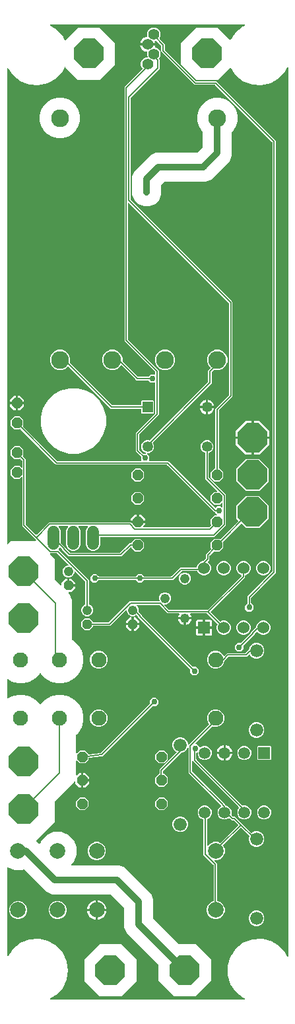
<source format=gbr>
G04 EAGLE Gerber RS-274X export*
G75*
%MOMM*%
%FSLAX34Y34*%
%LPD*%
%INBottom Copper*%
%IPPOS*%
%AMOC8*
5,1,8,0,0,1.08239X$1,22.5*%
G01*
%ADD10P,1.319650X8X292.500000*%
%ADD11C,1.219200*%
%ADD12C,1.676400*%
%ADD13C,1.524000*%
%ADD14P,1.429621X8X22.500000*%
%ADD15C,2.286000*%
%ADD16C,2.006600*%
%ADD17P,4.123906X8X22.500000*%
%ADD18R,1.524000X1.524000*%
%ADD19C,1.524000*%
%ADD20C,1.943100*%
%ADD21P,1.429621X8X112.500000*%
%ADD22P,1.429621X8X202.500000*%
%ADD23R,1.498600X1.498600*%
%ADD24C,1.498600*%
%ADD25R,1.346200X1.346200*%
%ADD26C,1.346200*%
%ADD27C,1.418000*%
%ADD28C,0.152400*%
%ADD29C,0.756400*%
%ADD30C,0.812800*%

G36*
X314937Y10178D02*
X314937Y10178D01*
X315041Y10189D01*
X315058Y10197D01*
X315077Y10200D01*
X315169Y10249D01*
X315264Y10294D01*
X315278Y10307D01*
X315294Y10316D01*
X315366Y10391D01*
X315442Y10463D01*
X315451Y10480D01*
X315464Y10494D01*
X315508Y10589D01*
X315556Y10681D01*
X315559Y10700D01*
X315567Y10717D01*
X315579Y10821D01*
X315596Y10924D01*
X315592Y10943D01*
X315595Y10961D01*
X315572Y11063D01*
X315555Y11166D01*
X315546Y11183D01*
X315542Y11202D01*
X315489Y11291D01*
X315440Y11384D01*
X315426Y11397D01*
X315416Y11413D01*
X315337Y11481D01*
X315261Y11553D01*
X315240Y11563D01*
X315229Y11573D01*
X315200Y11585D01*
X315112Y11631D01*
X313059Y12437D01*
X303590Y19988D01*
X296767Y29995D01*
X293197Y41569D01*
X293197Y53681D01*
X296767Y65255D01*
X297319Y66065D01*
X298876Y68349D01*
X299914Y69871D01*
X299914Y69872D01*
X300952Y71394D01*
X300953Y71394D01*
X302509Y73678D01*
X302510Y73678D01*
X303547Y75200D01*
X303548Y75200D01*
X303590Y75262D01*
X313059Y82813D01*
X324333Y87238D01*
X336411Y88144D01*
X337799Y87827D01*
X341135Y87065D01*
X344470Y86304D01*
X347805Y85543D01*
X348220Y85448D01*
X358709Y79392D01*
X366947Y70514D01*
X369392Y65436D01*
X369436Y65374D01*
X369472Y65306D01*
X369506Y65274D01*
X369533Y65235D01*
X369595Y65189D01*
X369650Y65137D01*
X369693Y65117D01*
X369731Y65089D01*
X369804Y65065D01*
X369873Y65033D01*
X369920Y65028D01*
X369965Y65014D01*
X370042Y65015D01*
X370117Y65006D01*
X370164Y65016D01*
X370211Y65017D01*
X370283Y65042D01*
X370358Y65058D01*
X370399Y65083D01*
X370443Y65099D01*
X370504Y65145D01*
X370569Y65185D01*
X370600Y65221D01*
X370637Y65250D01*
X370679Y65314D01*
X370729Y65372D01*
X370747Y65416D01*
X370773Y65455D01*
X370792Y65529D01*
X370821Y65600D01*
X370828Y65663D01*
X370836Y65693D01*
X370834Y65719D01*
X370839Y65766D01*
X370839Y1204234D01*
X370827Y1204309D01*
X370824Y1204385D01*
X370807Y1204429D01*
X370800Y1204476D01*
X370764Y1204544D01*
X370737Y1204615D01*
X370707Y1204652D01*
X370684Y1204694D01*
X370629Y1204746D01*
X370581Y1204805D01*
X370541Y1204830D01*
X370506Y1204863D01*
X370437Y1204895D01*
X370372Y1204936D01*
X370326Y1204947D01*
X370283Y1204967D01*
X370207Y1204975D01*
X370133Y1204993D01*
X370086Y1204989D01*
X370039Y1204994D01*
X369964Y1204978D01*
X369888Y1204971D01*
X369845Y1204952D01*
X369798Y1204942D01*
X369733Y1204902D01*
X369663Y1204872D01*
X369628Y1204840D01*
X369587Y1204815D01*
X369538Y1204758D01*
X369481Y1204706D01*
X369447Y1204652D01*
X369427Y1204628D01*
X369417Y1204604D01*
X369392Y1204564D01*
X366947Y1199486D01*
X358709Y1190608D01*
X348220Y1184552D01*
X336411Y1181856D01*
X324334Y1182762D01*
X313059Y1187187D01*
X303589Y1194738D01*
X297212Y1204092D01*
X297150Y1204158D01*
X297093Y1204229D01*
X297065Y1204246D01*
X297043Y1204270D01*
X296962Y1204313D01*
X296886Y1204362D01*
X296854Y1204370D01*
X296825Y1204385D01*
X296735Y1204400D01*
X296647Y1204422D01*
X296615Y1204419D01*
X296582Y1204424D01*
X296493Y1204410D01*
X296402Y1204403D01*
X296372Y1204390D01*
X296340Y1204384D01*
X296259Y1204342D01*
X296176Y1204306D01*
X296143Y1204280D01*
X296122Y1204269D01*
X296100Y1204246D01*
X296045Y1204202D01*
X280817Y1188973D01*
X253041Y1188973D01*
X233400Y1208614D01*
X233400Y1236390D01*
X253041Y1256031D01*
X280817Y1256031D01*
X296148Y1240700D01*
X296221Y1240647D01*
X296290Y1240587D01*
X296321Y1240575D01*
X296348Y1240556D01*
X296434Y1240529D01*
X296519Y1240495D01*
X296551Y1240493D01*
X296583Y1240484D01*
X296673Y1240486D01*
X296764Y1240481D01*
X296796Y1240489D01*
X296829Y1240490D01*
X296914Y1240521D01*
X297001Y1240545D01*
X297029Y1240563D01*
X297060Y1240574D01*
X297131Y1240631D01*
X297206Y1240682D01*
X297233Y1240713D01*
X297252Y1240728D01*
X297269Y1240755D01*
X297315Y1240809D01*
X297742Y1241435D01*
X298261Y1242196D01*
X298261Y1242197D01*
X298780Y1242957D01*
X298780Y1242958D01*
X299299Y1243719D01*
X299818Y1244480D01*
X300337Y1245241D01*
X300337Y1245242D01*
X300856Y1246003D01*
X301375Y1246764D01*
X301894Y1247525D01*
X302413Y1248286D01*
X302413Y1248287D01*
X302932Y1249048D01*
X303451Y1249809D01*
X303590Y1250012D01*
X313059Y1257563D01*
X315112Y1258369D01*
X315202Y1258423D01*
X315294Y1258472D01*
X315307Y1258485D01*
X315324Y1258495D01*
X315392Y1258574D01*
X315464Y1258650D01*
X315472Y1258667D01*
X315484Y1258682D01*
X315523Y1258778D01*
X315567Y1258873D01*
X315570Y1258892D01*
X315577Y1258910D01*
X315583Y1259014D01*
X315595Y1259117D01*
X315591Y1259136D01*
X315592Y1259155D01*
X315565Y1259256D01*
X315542Y1259358D01*
X315533Y1259374D01*
X315528Y1259392D01*
X315470Y1259479D01*
X315416Y1259569D01*
X315402Y1259581D01*
X315391Y1259597D01*
X315309Y1259661D01*
X315229Y1259729D01*
X315212Y1259736D01*
X315197Y1259748D01*
X315098Y1259782D01*
X315001Y1259821D01*
X314978Y1259823D01*
X314964Y1259828D01*
X314932Y1259828D01*
X314834Y1259839D01*
X65933Y1259839D01*
X65885Y1259832D01*
X65837Y1259833D01*
X65765Y1259812D01*
X65690Y1259800D01*
X65648Y1259777D01*
X65601Y1259763D01*
X65539Y1259720D01*
X65472Y1259684D01*
X65439Y1259650D01*
X65400Y1259622D01*
X65355Y1259561D01*
X65303Y1259506D01*
X65283Y1259463D01*
X65254Y1259424D01*
X65231Y1259352D01*
X65199Y1259283D01*
X65194Y1259235D01*
X65180Y1259190D01*
X65181Y1259114D01*
X65172Y1259039D01*
X65183Y1258992D01*
X65183Y1258944D01*
X65208Y1258872D01*
X65225Y1258798D01*
X65249Y1258757D01*
X65265Y1258712D01*
X65312Y1258652D01*
X65351Y1258587D01*
X65387Y1258556D01*
X65417Y1258518D01*
X65521Y1258442D01*
X65538Y1258427D01*
X65544Y1258425D01*
X65552Y1258419D01*
X72959Y1254142D01*
X81197Y1245264D01*
X83733Y1239997D01*
X83747Y1239977D01*
X83756Y1239954D01*
X83807Y1239890D01*
X83831Y1239850D01*
X83844Y1239838D01*
X83874Y1239795D01*
X83894Y1239781D01*
X83910Y1239762D01*
X83993Y1239708D01*
X84072Y1239649D01*
X84096Y1239642D01*
X84116Y1239629D01*
X84213Y1239604D01*
X84307Y1239574D01*
X84331Y1239575D01*
X84355Y1239569D01*
X84454Y1239576D01*
X84553Y1239578D01*
X84576Y1239586D01*
X84600Y1239588D01*
X84673Y1239619D01*
X84676Y1239619D01*
X84681Y1239622D01*
X84691Y1239626D01*
X84785Y1239659D01*
X84804Y1239674D01*
X84827Y1239684D01*
X84882Y1239729D01*
X84893Y1239734D01*
X84904Y1239746D01*
X84957Y1239789D01*
X101199Y1256031D01*
X128975Y1256031D01*
X148616Y1236390D01*
X148616Y1208614D01*
X128975Y1188973D01*
X101199Y1188973D01*
X85040Y1205133D01*
X85020Y1205147D01*
X85005Y1205166D01*
X84921Y1205218D01*
X84840Y1205276D01*
X84817Y1205283D01*
X84796Y1205296D01*
X84700Y1205319D01*
X84605Y1205349D01*
X84581Y1205348D01*
X84557Y1205354D01*
X84458Y1205345D01*
X84359Y1205342D01*
X84336Y1205334D01*
X84312Y1205332D01*
X84221Y1205292D01*
X84128Y1205258D01*
X84109Y1205242D01*
X84087Y1205232D01*
X84013Y1205166D01*
X83936Y1205104D01*
X83923Y1205083D01*
X83905Y1205067D01*
X83857Y1204991D01*
X83857Y1204990D01*
X83856Y1204989D01*
X83816Y1204925D01*
X81197Y1199486D01*
X72959Y1190607D01*
X62470Y1184552D01*
X50661Y1181856D01*
X38583Y1182762D01*
X27309Y1187187D01*
X17840Y1194738D01*
X11551Y1203962D01*
X11538Y1203976D01*
X11528Y1203993D01*
X11453Y1204065D01*
X11381Y1204140D01*
X11364Y1204149D01*
X11350Y1204162D01*
X11256Y1204206D01*
X11164Y1204255D01*
X11145Y1204258D01*
X11127Y1204266D01*
X11024Y1204278D01*
X10921Y1204294D01*
X10902Y1204291D01*
X10883Y1204293D01*
X10781Y1204271D01*
X10678Y1204254D01*
X10661Y1204245D01*
X10642Y1204241D01*
X10553Y1204188D01*
X10461Y1204139D01*
X10448Y1204125D01*
X10431Y1204115D01*
X10363Y1204036D01*
X10292Y1203960D01*
X10284Y1203943D01*
X10271Y1203928D01*
X10232Y1203831D01*
X10189Y1203737D01*
X10186Y1203718D01*
X10179Y1203700D01*
X10161Y1203533D01*
X10161Y594727D01*
X10172Y594656D01*
X10174Y594585D01*
X10192Y594536D01*
X10200Y594484D01*
X10234Y594421D01*
X10259Y594354D01*
X10291Y594313D01*
X10316Y594267D01*
X10368Y594218D01*
X10412Y594162D01*
X10456Y594133D01*
X10494Y594098D01*
X10559Y594067D01*
X10619Y594029D01*
X10670Y594016D01*
X10717Y593994D01*
X10788Y593986D01*
X10858Y593969D01*
X10910Y593973D01*
X10961Y593967D01*
X11032Y593982D01*
X11103Y593988D01*
X11151Y594008D01*
X11202Y594019D01*
X11263Y594056D01*
X11329Y594084D01*
X11385Y594129D01*
X11413Y594145D01*
X11428Y594163D01*
X11460Y594189D01*
X15442Y598171D01*
X46744Y598171D01*
X46814Y598182D01*
X46886Y598184D01*
X46935Y598202D01*
X46986Y598210D01*
X47050Y598244D01*
X47117Y598269D01*
X47158Y598301D01*
X47204Y598326D01*
X47253Y598378D01*
X47309Y598422D01*
X47337Y598466D01*
X47373Y598504D01*
X47403Y598569D01*
X47442Y598629D01*
X47455Y598680D01*
X47477Y598727D01*
X47485Y598798D01*
X47502Y598868D01*
X47498Y598920D01*
X47504Y598971D01*
X47489Y599042D01*
X47483Y599113D01*
X47463Y599161D01*
X47452Y599212D01*
X47415Y599273D01*
X47387Y599339D01*
X47342Y599395D01*
X47325Y599423D01*
X47308Y599438D01*
X47282Y599470D01*
X45115Y601637D01*
X29717Y617035D01*
X29717Y679324D01*
X29716Y679334D01*
X29716Y679339D01*
X29710Y679366D01*
X29706Y679394D01*
X29704Y679466D01*
X29686Y679515D01*
X29678Y679566D01*
X29644Y679630D01*
X29619Y679697D01*
X29587Y679738D01*
X29562Y679784D01*
X29510Y679833D01*
X29466Y679889D01*
X29422Y679917D01*
X29384Y679953D01*
X29319Y679983D01*
X29259Y680022D01*
X29208Y680035D01*
X29161Y680057D01*
X29090Y680065D01*
X29020Y680082D01*
X28968Y680078D01*
X28917Y680084D01*
X28846Y680069D01*
X28775Y680063D01*
X28727Y680043D01*
X28676Y680032D01*
X28615Y679995D01*
X28549Y679967D01*
X28493Y679922D01*
X28465Y679905D01*
X28450Y679888D01*
X28418Y679862D01*
X26227Y677671D01*
X19493Y677671D01*
X14731Y682433D01*
X14731Y689167D01*
X19493Y693929D01*
X26227Y693929D01*
X28418Y691738D01*
X28476Y691696D01*
X28528Y691647D01*
X28575Y691625D01*
X28617Y691594D01*
X28686Y691573D01*
X28751Y691543D01*
X28803Y691537D01*
X28853Y691522D01*
X28924Y691524D01*
X28995Y691516D01*
X29046Y691527D01*
X29098Y691528D01*
X29166Y691553D01*
X29236Y691568D01*
X29281Y691595D01*
X29329Y691613D01*
X29385Y691658D01*
X29447Y691695D01*
X29481Y691734D01*
X29521Y691767D01*
X29560Y691827D01*
X29607Y691881D01*
X29626Y691930D01*
X29654Y691974D01*
X29672Y692043D01*
X29699Y692110D01*
X29707Y692181D01*
X29715Y692212D01*
X29713Y692235D01*
X29717Y692276D01*
X29717Y700539D01*
X29703Y700630D01*
X29695Y700720D01*
X29683Y700750D01*
X29678Y700782D01*
X29635Y700863D01*
X29599Y700947D01*
X29573Y700979D01*
X29562Y701000D01*
X29539Y701022D01*
X29494Y701078D01*
X27402Y703170D01*
X27386Y703182D01*
X27374Y703197D01*
X27286Y703253D01*
X27202Y703313D01*
X27183Y703319D01*
X27167Y703330D01*
X27066Y703355D01*
X26967Y703386D01*
X26947Y703385D01*
X26928Y703390D01*
X26825Y703382D01*
X26722Y703379D01*
X26703Y703373D01*
X26683Y703371D01*
X26588Y703331D01*
X26490Y703295D01*
X26475Y703282D01*
X26457Y703275D01*
X26326Y703170D01*
X26227Y703071D01*
X19493Y703071D01*
X14731Y707833D01*
X14731Y714567D01*
X19493Y719329D01*
X26227Y719329D01*
X30989Y714567D01*
X30989Y707833D01*
X30636Y707480D01*
X30624Y707464D01*
X30609Y707452D01*
X30553Y707365D01*
X30493Y707281D01*
X30487Y707262D01*
X30476Y707245D01*
X30451Y707144D01*
X30420Y707046D01*
X30421Y707026D01*
X30416Y707006D01*
X30424Y706903D01*
X30427Y706800D01*
X30433Y706781D01*
X30435Y706761D01*
X30475Y706666D01*
X30511Y706569D01*
X30523Y706553D01*
X30531Y706535D01*
X30636Y706404D01*
X34291Y702749D01*
X34291Y619245D01*
X34305Y619154D01*
X34313Y619064D01*
X34325Y619034D01*
X34330Y619002D01*
X34373Y618921D01*
X34409Y618837D01*
X34435Y618805D01*
X34446Y618784D01*
X34469Y618762D01*
X34514Y618706D01*
X47087Y606133D01*
X47103Y606122D01*
X47115Y606106D01*
X47203Y606050D01*
X47286Y605990D01*
X47305Y605984D01*
X47322Y605973D01*
X47423Y605948D01*
X47522Y605917D01*
X47541Y605918D01*
X47561Y605913D01*
X47664Y605921D01*
X47767Y605924D01*
X47786Y605931D01*
X47806Y605932D01*
X47901Y605972D01*
X47998Y606008D01*
X48014Y606021D01*
X48032Y606028D01*
X48163Y606133D01*
X62260Y620230D01*
X63823Y621793D01*
X168587Y621793D01*
X169140Y621240D01*
X169214Y621187D01*
X169284Y621127D01*
X169314Y621115D01*
X169340Y621096D01*
X169427Y621069D01*
X169512Y621035D01*
X169553Y621031D01*
X169575Y621024D01*
X169607Y621025D01*
X169678Y621017D01*
X177102Y621017D01*
X177122Y621020D01*
X177141Y621018D01*
X177243Y621040D01*
X177345Y621057D01*
X177362Y621066D01*
X177382Y621070D01*
X177471Y621123D01*
X177562Y621172D01*
X177576Y621186D01*
X177593Y621196D01*
X177660Y621275D01*
X177731Y621350D01*
X177740Y621368D01*
X177753Y621383D01*
X177791Y621479D01*
X177835Y621573D01*
X177837Y621593D01*
X177845Y621611D01*
X177863Y621778D01*
X177863Y622541D01*
X177865Y622541D01*
X177865Y621778D01*
X177868Y621758D01*
X177866Y621739D01*
X177888Y621637D01*
X177905Y621535D01*
X177914Y621518D01*
X177918Y621498D01*
X177971Y621409D01*
X178020Y621318D01*
X178034Y621304D01*
X178044Y621287D01*
X178123Y621220D01*
X178198Y621149D01*
X178216Y621140D01*
X178231Y621127D01*
X178327Y621088D01*
X178421Y621045D01*
X178441Y621043D01*
X178459Y621035D01*
X178626Y621017D01*
X187009Y621017D01*
X187009Y618752D01*
X185253Y616996D01*
X185211Y616938D01*
X185162Y616886D01*
X185140Y616839D01*
X185109Y616797D01*
X185088Y616728D01*
X185058Y616663D01*
X185052Y616611D01*
X185037Y616561D01*
X185039Y616490D01*
X185031Y616419D01*
X185042Y616368D01*
X185043Y616316D01*
X185068Y616248D01*
X185083Y616178D01*
X185110Y616133D01*
X185128Y616085D01*
X185173Y616029D01*
X185209Y615967D01*
X185249Y615933D01*
X185281Y615893D01*
X185342Y615854D01*
X185396Y615807D01*
X185445Y615788D01*
X185488Y615760D01*
X185558Y615742D01*
X185624Y615715D01*
X185696Y615707D01*
X185727Y615699D01*
X185750Y615701D01*
X185791Y615697D01*
X269247Y615697D01*
X269338Y615711D01*
X269428Y615719D01*
X269458Y615731D01*
X269490Y615736D01*
X269571Y615779D01*
X269655Y615815D01*
X269687Y615841D01*
X269708Y615852D01*
X269730Y615875D01*
X269786Y615920D01*
X271649Y617783D01*
X271661Y617799D01*
X271676Y617811D01*
X271732Y617898D01*
X271792Y617983D01*
X271798Y618002D01*
X271809Y618018D01*
X271834Y618119D01*
X271865Y618218D01*
X271864Y618238D01*
X271869Y618257D01*
X271861Y618360D01*
X271858Y618463D01*
X271852Y618482D01*
X271850Y618502D01*
X271810Y618597D01*
X271774Y618695D01*
X271761Y618710D01*
X271754Y618728D01*
X271649Y618859D01*
X271335Y619173D01*
X271335Y625907D01*
X276097Y630669D01*
X278961Y630669D01*
X279031Y630680D01*
X279103Y630682D01*
X279152Y630700D01*
X279203Y630708D01*
X279267Y630742D01*
X279334Y630767D01*
X279375Y630799D01*
X279421Y630824D01*
X279470Y630875D01*
X279526Y630920D01*
X279554Y630964D01*
X279590Y631002D01*
X279620Y631067D01*
X279659Y631127D01*
X279672Y631178D01*
X279694Y631225D01*
X279702Y631296D01*
X279719Y631366D01*
X279715Y631418D01*
X279721Y631469D01*
X279706Y631540D01*
X279700Y631611D01*
X279680Y631659D01*
X279669Y631710D01*
X279632Y631771D01*
X279604Y631837D01*
X279559Y631893D01*
X279542Y631921D01*
X279525Y631936D01*
X279499Y631968D01*
X276945Y634522D01*
X276871Y634575D01*
X276801Y634635D01*
X276771Y634647D01*
X276745Y634666D01*
X276658Y634693D01*
X276573Y634727D01*
X276532Y634731D01*
X276510Y634738D01*
X276478Y634737D01*
X276423Y634743D01*
X215684Y695482D01*
X215610Y695535D01*
X215540Y695595D01*
X215510Y695607D01*
X215484Y695626D01*
X215397Y695653D01*
X215312Y695687D01*
X215271Y695691D01*
X215249Y695698D01*
X215217Y695697D01*
X215145Y695705D01*
X72967Y695705D01*
X71404Y697268D01*
X27402Y741270D01*
X27386Y741282D01*
X27374Y741297D01*
X27286Y741353D01*
X27202Y741413D01*
X27183Y741419D01*
X27167Y741430D01*
X27066Y741455D01*
X26967Y741486D01*
X26947Y741485D01*
X26928Y741490D01*
X26825Y741482D01*
X26722Y741479D01*
X26703Y741473D01*
X26683Y741471D01*
X26588Y741431D01*
X26490Y741395D01*
X26475Y741382D01*
X26457Y741375D01*
X26326Y741270D01*
X26227Y741171D01*
X19493Y741171D01*
X14731Y745933D01*
X14731Y752667D01*
X19493Y757429D01*
X26227Y757429D01*
X30989Y752667D01*
X30989Y745933D01*
X30636Y745580D01*
X30624Y745564D01*
X30609Y745552D01*
X30553Y745465D01*
X30493Y745381D01*
X30487Y745362D01*
X30476Y745345D01*
X30451Y745244D01*
X30420Y745146D01*
X30421Y745126D01*
X30416Y745106D01*
X30424Y745003D01*
X30427Y744900D01*
X30433Y744881D01*
X30435Y744861D01*
X30475Y744766D01*
X30511Y744669D01*
X30524Y744653D01*
X30531Y744635D01*
X30636Y744504D01*
X74638Y700502D01*
X74712Y700449D01*
X74782Y700389D01*
X74812Y700377D01*
X74838Y700358D01*
X74925Y700331D01*
X75010Y700297D01*
X75051Y700293D01*
X75073Y700286D01*
X75105Y700287D01*
X75177Y700279D01*
X181919Y700279D01*
X181989Y700290D01*
X182061Y700292D01*
X182110Y700310D01*
X182161Y700318D01*
X182225Y700352D01*
X182292Y700377D01*
X182333Y700409D01*
X182379Y700434D01*
X182428Y700486D01*
X182484Y700530D01*
X182512Y700574D01*
X182548Y700612D01*
X182578Y700677D01*
X182617Y700737D01*
X182630Y700788D01*
X182652Y700835D01*
X182660Y700906D01*
X182677Y700976D01*
X182673Y701028D01*
X182679Y701079D01*
X182664Y701150D01*
X182658Y701221D01*
X182638Y701269D01*
X182627Y701320D01*
X182590Y701381D01*
X182562Y701447D01*
X182517Y701503D01*
X182500Y701531D01*
X182483Y701546D01*
X182457Y701578D01*
X182145Y701890D01*
X182145Y705845D01*
X182131Y705936D01*
X182123Y706026D01*
X182111Y706056D01*
X182106Y706088D01*
X182063Y706169D01*
X182027Y706253D01*
X182001Y706285D01*
X181990Y706306D01*
X181967Y706328D01*
X181922Y706384D01*
X175259Y713047D01*
X175259Y736277D01*
X200182Y761200D01*
X200235Y761274D01*
X200295Y761344D01*
X200307Y761374D01*
X200326Y761400D01*
X200353Y761487D01*
X200387Y761572D01*
X200391Y761613D01*
X200398Y761635D01*
X200397Y761667D01*
X200405Y761739D01*
X200405Y800663D01*
X200394Y800733D01*
X200392Y800805D01*
X200374Y800854D01*
X200366Y800905D01*
X200332Y800969D01*
X200307Y801036D01*
X200275Y801077D01*
X200250Y801123D01*
X200198Y801172D01*
X200154Y801228D01*
X200110Y801256D01*
X200072Y801292D01*
X200007Y801322D01*
X199947Y801361D01*
X199896Y801374D01*
X199849Y801396D01*
X199778Y801404D01*
X199708Y801421D01*
X199656Y801417D01*
X199605Y801423D01*
X199534Y801408D01*
X199463Y801402D01*
X199415Y801382D01*
X199364Y801371D01*
X199303Y801334D01*
X199237Y801306D01*
X199181Y801261D01*
X199153Y801244D01*
X199138Y801227D01*
X199106Y801201D01*
X198794Y800889D01*
X194398Y800889D01*
X191601Y803686D01*
X191527Y803739D01*
X191457Y803799D01*
X191427Y803811D01*
X191401Y803830D01*
X191314Y803857D01*
X191229Y803891D01*
X191188Y803895D01*
X191166Y803902D01*
X191134Y803901D01*
X191063Y803909D01*
X176599Y803909D01*
X175036Y805472D01*
X157603Y822905D01*
X157565Y822932D01*
X157534Y822966D01*
X157466Y823004D01*
X157403Y823049D01*
X157359Y823062D01*
X157319Y823085D01*
X157242Y823098D01*
X157168Y823121D01*
X157122Y823120D01*
X157077Y823128D01*
X157000Y823117D01*
X156922Y823115D01*
X156879Y823099D01*
X156833Y823092D01*
X156764Y823057D01*
X156691Y823030D01*
X156655Y823002D01*
X156614Y822981D01*
X156560Y822925D01*
X156499Y822877D01*
X156474Y822838D01*
X156442Y822805D01*
X156376Y822686D01*
X156366Y822670D01*
X156365Y822665D01*
X156363Y822663D01*
X152718Y819018D01*
X147957Y817045D01*
X142803Y817045D01*
X138042Y819018D01*
X134398Y822662D01*
X132425Y827423D01*
X132425Y832577D01*
X134398Y837338D01*
X138042Y840982D01*
X142803Y842955D01*
X147957Y842955D01*
X152718Y840982D01*
X156362Y837338D01*
X158335Y832577D01*
X158335Y828956D01*
X158349Y828866D01*
X158357Y828775D01*
X158369Y828746D01*
X158374Y828714D01*
X158417Y828633D01*
X158453Y828549D01*
X158479Y828517D01*
X158490Y828496D01*
X158513Y828474D01*
X158558Y828418D01*
X178270Y808706D01*
X178344Y808653D01*
X178414Y808593D01*
X178444Y808581D01*
X178470Y808562D01*
X178557Y808535D01*
X178642Y808501D01*
X178683Y808497D01*
X178705Y808490D01*
X178737Y808491D01*
X178809Y808483D01*
X191063Y808483D01*
X191153Y808497D01*
X191244Y808505D01*
X191273Y808517D01*
X191305Y808522D01*
X191386Y808565D01*
X191470Y808601D01*
X191502Y808627D01*
X191523Y808638D01*
X191545Y808661D01*
X191601Y808706D01*
X194398Y811503D01*
X198794Y811503D01*
X199106Y811191D01*
X199164Y811149D01*
X199216Y811100D01*
X199263Y811078D01*
X199305Y811048D01*
X199374Y811026D01*
X199439Y810996D01*
X199491Y810991D01*
X199541Y810975D01*
X199612Y810977D01*
X199683Y810969D01*
X199734Y810980D01*
X199786Y810982D01*
X199854Y811006D01*
X199924Y811021D01*
X199969Y811048D01*
X200017Y811066D01*
X200073Y811111D01*
X200135Y811148D01*
X200169Y811187D01*
X200209Y811220D01*
X200248Y811280D01*
X200295Y811335D01*
X200314Y811383D01*
X200342Y811427D01*
X200360Y811496D01*
X200387Y811563D01*
X200395Y811634D01*
X200403Y811665D01*
X200401Y811688D01*
X200405Y811729D01*
X200405Y814077D01*
X200391Y814168D01*
X200383Y814258D01*
X200371Y814288D01*
X200366Y814320D01*
X200323Y814401D01*
X200287Y814485D01*
X200261Y814517D01*
X200250Y814538D01*
X200227Y814560D01*
X200182Y814616D01*
X160781Y854017D01*
X160781Y1179761D01*
X162344Y1181324D01*
X183650Y1202630D01*
X183662Y1202646D01*
X183677Y1202659D01*
X183733Y1202746D01*
X183794Y1202830D01*
X183800Y1202849D01*
X183810Y1202866D01*
X183836Y1202966D01*
X183866Y1203065D01*
X183866Y1203085D01*
X183870Y1203104D01*
X183862Y1203207D01*
X183860Y1203311D01*
X183853Y1203330D01*
X183851Y1203349D01*
X183811Y1203444D01*
X183775Y1203542D01*
X183763Y1203557D01*
X183755Y1203576D01*
X183650Y1203707D01*
X183197Y1204160D01*
X181885Y1207326D01*
X181885Y1210754D01*
X183197Y1213920D01*
X185620Y1216343D01*
X188786Y1217655D01*
X189728Y1217655D01*
X189774Y1217662D01*
X189820Y1217660D01*
X189894Y1217682D01*
X189971Y1217694D01*
X190012Y1217716D01*
X190056Y1217729D01*
X190120Y1217773D01*
X190189Y1217810D01*
X190220Y1217843D01*
X190258Y1217869D01*
X190304Y1217931D01*
X190358Y1217988D01*
X190377Y1218030D01*
X190405Y1218066D01*
X190429Y1218140D01*
X190462Y1218211D01*
X190467Y1218257D01*
X190481Y1218300D01*
X190480Y1218378D01*
X190489Y1218455D01*
X190479Y1218500D01*
X190478Y1218546D01*
X190440Y1218678D01*
X190436Y1218696D01*
X190434Y1218700D01*
X190432Y1218707D01*
X189885Y1220026D01*
X189885Y1223454D01*
X190034Y1223812D01*
X190059Y1223919D01*
X190088Y1224024D01*
X190087Y1224038D01*
X190090Y1224052D01*
X190080Y1224161D01*
X190074Y1224269D01*
X190068Y1224283D01*
X190067Y1224297D01*
X190023Y1224397D01*
X189982Y1224498D01*
X189973Y1224508D01*
X189967Y1224521D01*
X189893Y1224602D01*
X189822Y1224685D01*
X189810Y1224692D01*
X189801Y1224703D01*
X189705Y1224755D01*
X189611Y1224811D01*
X189595Y1224816D01*
X189585Y1224821D01*
X189557Y1224826D01*
X189450Y1224856D01*
X188245Y1225046D01*
X186803Y1225515D01*
X185452Y1226203D01*
X184226Y1227094D01*
X183154Y1228166D01*
X182263Y1229392D01*
X181575Y1230743D01*
X181106Y1232185D01*
X180990Y1232917D01*
X189738Y1232917D01*
X189758Y1232920D01*
X189777Y1232918D01*
X189879Y1232940D01*
X189981Y1232957D01*
X189998Y1232966D01*
X190018Y1232970D01*
X190107Y1233023D01*
X190198Y1233072D01*
X190212Y1233086D01*
X190229Y1233096D01*
X190296Y1233175D01*
X190367Y1233250D01*
X190376Y1233268D01*
X190389Y1233283D01*
X190427Y1233379D01*
X190471Y1233473D01*
X190473Y1233493D01*
X190481Y1233511D01*
X190499Y1233678D01*
X190499Y1235202D01*
X190496Y1235222D01*
X190498Y1235241D01*
X190476Y1235343D01*
X190459Y1235445D01*
X190450Y1235462D01*
X190446Y1235482D01*
X190393Y1235571D01*
X190344Y1235662D01*
X190330Y1235676D01*
X190320Y1235693D01*
X190241Y1235760D01*
X190166Y1235831D01*
X190148Y1235840D01*
X190133Y1235853D01*
X190037Y1235892D01*
X189943Y1235935D01*
X189923Y1235937D01*
X189905Y1235945D01*
X189738Y1235963D01*
X180990Y1235963D01*
X181106Y1236695D01*
X181575Y1238137D01*
X182263Y1239488D01*
X183154Y1240714D01*
X184226Y1241786D01*
X185452Y1242677D01*
X186803Y1243365D01*
X188245Y1243834D01*
X189450Y1244024D01*
X189553Y1244058D01*
X189658Y1244089D01*
X189670Y1244097D01*
X189683Y1244102D01*
X189770Y1244167D01*
X189860Y1244229D01*
X189869Y1244241D01*
X189880Y1244249D01*
X189941Y1244339D01*
X190007Y1244427D01*
X190011Y1244440D01*
X190019Y1244452D01*
X190049Y1244556D01*
X190083Y1244661D01*
X190083Y1244675D01*
X190087Y1244688D01*
X190082Y1244797D01*
X190081Y1244907D01*
X190076Y1244923D01*
X190075Y1244934D01*
X190065Y1244961D01*
X190034Y1245068D01*
X189885Y1245426D01*
X189885Y1248854D01*
X191197Y1252020D01*
X193620Y1254443D01*
X196786Y1255755D01*
X200214Y1255755D01*
X203380Y1254443D01*
X205803Y1252020D01*
X207115Y1248854D01*
X207115Y1245426D01*
X205752Y1242136D01*
X205742Y1242096D01*
X205730Y1242068D01*
X205724Y1242018D01*
X205697Y1241909D01*
X205697Y1241903D01*
X205696Y1241897D01*
X205703Y1241825D01*
X205703Y1241824D01*
X205703Y1241822D01*
X205707Y1241780D01*
X205716Y1241664D01*
X205718Y1241658D01*
X205719Y1241652D01*
X205767Y1241545D01*
X205812Y1241438D01*
X205817Y1241432D01*
X205819Y1241427D01*
X205832Y1241414D01*
X205917Y1241307D01*
X212599Y1234625D01*
X212599Y1227321D01*
X212613Y1227230D01*
X212621Y1227140D01*
X212633Y1227110D01*
X212638Y1227078D01*
X212681Y1226997D01*
X212717Y1226913D01*
X212743Y1226881D01*
X212754Y1226860D01*
X212777Y1226838D01*
X212822Y1226782D01*
X252184Y1187420D01*
X252258Y1187367D01*
X252328Y1187307D01*
X252358Y1187295D01*
X252384Y1187276D01*
X252471Y1187249D01*
X252556Y1187215D01*
X252597Y1187211D01*
X252619Y1187204D01*
X252651Y1187205D01*
X252723Y1187197D01*
X279077Y1187197D01*
X355093Y1111181D01*
X355093Y556837D01*
X323312Y525056D01*
X323259Y524982D01*
X323199Y524912D01*
X323187Y524882D01*
X323168Y524856D01*
X323141Y524769D01*
X323107Y524684D01*
X323103Y524643D01*
X323096Y524621D01*
X323097Y524589D01*
X323089Y524517D01*
X323089Y518359D01*
X323103Y518269D01*
X323111Y518178D01*
X323123Y518149D01*
X323128Y518117D01*
X323171Y518036D01*
X323207Y517952D01*
X323233Y517920D01*
X323244Y517899D01*
X323267Y517877D01*
X323312Y517821D01*
X326109Y515024D01*
X326109Y510628D01*
X323000Y507519D01*
X318604Y507519D01*
X315495Y510628D01*
X315495Y515024D01*
X318292Y517821D01*
X318345Y517895D01*
X318405Y517965D01*
X318417Y517995D01*
X318436Y518021D01*
X318463Y518108D01*
X318497Y518193D01*
X318501Y518234D01*
X318508Y518256D01*
X318507Y518288D01*
X318515Y518359D01*
X318515Y526727D01*
X350296Y558508D01*
X350342Y558572D01*
X350363Y558594D01*
X350367Y558603D01*
X350409Y558652D01*
X350421Y558682D01*
X350440Y558708D01*
X350467Y558795D01*
X350501Y558880D01*
X350505Y558921D01*
X350512Y558943D01*
X350511Y558975D01*
X350519Y559047D01*
X350519Y1108971D01*
X350505Y1109062D01*
X350497Y1109152D01*
X350485Y1109182D01*
X350480Y1109214D01*
X350437Y1109295D01*
X350401Y1109379D01*
X350375Y1109411D01*
X350364Y1109432D01*
X350341Y1109454D01*
X350296Y1109510D01*
X277406Y1182400D01*
X277332Y1182453D01*
X277262Y1182513D01*
X277232Y1182525D01*
X277206Y1182544D01*
X277119Y1182571D01*
X277034Y1182605D01*
X276993Y1182609D01*
X276971Y1182616D01*
X276939Y1182615D01*
X276867Y1182623D01*
X250513Y1182623D01*
X208025Y1225111D01*
X208025Y1232415D01*
X208011Y1232506D01*
X208003Y1232596D01*
X207991Y1232626D01*
X207986Y1232658D01*
X207943Y1232739D01*
X207907Y1232823D01*
X207881Y1232855D01*
X207870Y1232876D01*
X207847Y1232898D01*
X207802Y1232954D01*
X202000Y1238756D01*
X201905Y1238825D01*
X201811Y1238894D01*
X201805Y1238896D01*
X201800Y1238900D01*
X201688Y1238934D01*
X201577Y1238971D01*
X201571Y1238971D01*
X201565Y1238972D01*
X201448Y1238969D01*
X201331Y1238968D01*
X201324Y1238966D01*
X201319Y1238966D01*
X201301Y1238960D01*
X201170Y1238921D01*
X200127Y1238489D01*
X200104Y1238486D01*
X200090Y1238478D01*
X200074Y1238475D01*
X199981Y1238421D01*
X199887Y1238370D01*
X199876Y1238359D01*
X199862Y1238351D01*
X199791Y1238270D01*
X199717Y1238192D01*
X199711Y1238178D01*
X199700Y1238166D01*
X199659Y1238066D01*
X199614Y1237969D01*
X199612Y1237953D01*
X199606Y1237938D01*
X199598Y1237831D01*
X199587Y1237725D01*
X199590Y1237709D01*
X199589Y1237693D01*
X199623Y1237529D01*
X199894Y1236695D01*
X200010Y1235963D01*
X191262Y1235963D01*
X191242Y1235960D01*
X191223Y1235962D01*
X191121Y1235940D01*
X191019Y1235923D01*
X191002Y1235914D01*
X190982Y1235910D01*
X190893Y1235857D01*
X190802Y1235808D01*
X190788Y1235794D01*
X190771Y1235784D01*
X190704Y1235705D01*
X190633Y1235630D01*
X190624Y1235612D01*
X190611Y1235597D01*
X190573Y1235501D01*
X190529Y1235407D01*
X190527Y1235387D01*
X190519Y1235369D01*
X190501Y1235202D01*
X190501Y1233678D01*
X190504Y1233658D01*
X190502Y1233639D01*
X190524Y1233537D01*
X190541Y1233435D01*
X190550Y1233418D01*
X190554Y1233398D01*
X190607Y1233309D01*
X190656Y1233218D01*
X190670Y1233204D01*
X190680Y1233187D01*
X190759Y1233120D01*
X190834Y1233049D01*
X190852Y1233040D01*
X190867Y1233027D01*
X190963Y1232988D01*
X191057Y1232945D01*
X191077Y1232943D01*
X191095Y1232935D01*
X191262Y1232917D01*
X200010Y1232917D01*
X199894Y1232185D01*
X199623Y1231351D01*
X199620Y1231335D01*
X199614Y1231321D01*
X199602Y1231215D01*
X199586Y1231108D01*
X199588Y1231092D01*
X199587Y1231077D01*
X199609Y1230972D01*
X199628Y1230866D01*
X199635Y1230852D01*
X199639Y1230836D01*
X199694Y1230744D01*
X199745Y1230650D01*
X199757Y1230639D01*
X199765Y1230625D01*
X199847Y1230555D01*
X199925Y1230482D01*
X199940Y1230476D01*
X199952Y1230465D01*
X200051Y1230425D01*
X200074Y1230413D01*
X200134Y1230388D01*
X200149Y1230381D01*
X200151Y1230381D01*
X203380Y1229043D01*
X205803Y1226620D01*
X206561Y1224791D01*
X206612Y1224708D01*
X206658Y1224622D01*
X206676Y1224604D01*
X206690Y1224582D01*
X206716Y1224561D01*
X206716Y1224560D01*
X206717Y1224462D01*
X206726Y1224431D01*
X206727Y1224412D01*
X206740Y1224381D01*
X206764Y1224301D01*
X207115Y1223454D01*
X207115Y1220026D01*
X205803Y1216860D01*
X205287Y1216344D01*
X205275Y1216328D01*
X205260Y1216315D01*
X205204Y1216228D01*
X205143Y1216144D01*
X205137Y1216125D01*
X205127Y1216108D01*
X205101Y1216008D01*
X205071Y1215909D01*
X205071Y1215889D01*
X205067Y1215870D01*
X205075Y1215767D01*
X205077Y1215663D01*
X205084Y1215644D01*
X205086Y1215624D01*
X205126Y1215529D01*
X205162Y1215432D01*
X205174Y1215416D01*
X205182Y1215398D01*
X205287Y1215267D01*
X205741Y1214813D01*
X205741Y1203013D01*
X168626Y1165898D01*
X168573Y1165824D01*
X168513Y1165754D01*
X168501Y1165724D01*
X168482Y1165698D01*
X168455Y1165611D01*
X168421Y1165526D01*
X168417Y1165485D01*
X168410Y1165463D01*
X168411Y1165431D01*
X168403Y1165359D01*
X168403Y1036059D01*
X168417Y1035968D01*
X168425Y1035878D01*
X168437Y1035848D01*
X168442Y1035816D01*
X168485Y1035735D01*
X168521Y1035651D01*
X168547Y1035619D01*
X168558Y1035598D01*
X168581Y1035576D01*
X168626Y1035520D01*
X299467Y904679D01*
X299467Y783151D01*
X282164Y765848D01*
X282120Y765787D01*
X282084Y765749D01*
X282077Y765735D01*
X282051Y765704D01*
X282039Y765674D01*
X282020Y765648D01*
X281993Y765561D01*
X281959Y765476D01*
X281955Y765435D01*
X281948Y765413D01*
X281949Y765381D01*
X281941Y765309D01*
X281941Y691430D01*
X281944Y691410D01*
X281942Y691391D01*
X281964Y691289D01*
X281980Y691187D01*
X281990Y691170D01*
X281994Y691150D01*
X282047Y691061D01*
X282096Y690970D01*
X282110Y690956D01*
X282120Y690939D01*
X282199Y690872D01*
X282274Y690800D01*
X282292Y690792D01*
X282307Y690779D01*
X282403Y690740D01*
X282497Y690697D01*
X282517Y690695D01*
X282535Y690687D01*
X282702Y690669D01*
X282831Y690669D01*
X287593Y685907D01*
X287593Y679173D01*
X282831Y674411D01*
X276097Y674411D01*
X271335Y679173D01*
X271335Y685907D01*
X276097Y690669D01*
X276606Y690669D01*
X276626Y690672D01*
X276645Y690670D01*
X276747Y690692D01*
X276849Y690708D01*
X276866Y690718D01*
X276886Y690722D01*
X276975Y690775D01*
X277066Y690824D01*
X277080Y690838D01*
X277097Y690848D01*
X277164Y690927D01*
X277236Y691002D01*
X277244Y691020D01*
X277257Y691035D01*
X277296Y691131D01*
X277339Y691225D01*
X277341Y691245D01*
X277349Y691263D01*
X277367Y691430D01*
X277367Y767519D01*
X294670Y784822D01*
X294723Y784896D01*
X294783Y784966D01*
X294795Y784996D01*
X294814Y785022D01*
X294841Y785109D01*
X294875Y785194D01*
X294879Y785235D01*
X294886Y785257D01*
X294885Y785289D01*
X294893Y785361D01*
X294893Y902469D01*
X294879Y902560D01*
X294871Y902650D01*
X294859Y902680D01*
X294854Y902712D01*
X294811Y902793D01*
X294775Y902877D01*
X294749Y902909D01*
X294738Y902930D01*
X294715Y902952D01*
X294670Y903008D01*
X166654Y1031024D01*
X166596Y1031066D01*
X166544Y1031115D01*
X166497Y1031137D01*
X166455Y1031167D01*
X166386Y1031188D01*
X166321Y1031219D01*
X166269Y1031224D01*
X166219Y1031240D01*
X166148Y1031238D01*
X166077Y1031246D01*
X166026Y1031235D01*
X165974Y1031233D01*
X165906Y1031209D01*
X165836Y1031194D01*
X165792Y1031167D01*
X165743Y1031149D01*
X165687Y1031104D01*
X165625Y1031067D01*
X165591Y1031028D01*
X165551Y1030995D01*
X165512Y1030935D01*
X165465Y1030880D01*
X165446Y1030832D01*
X165418Y1030788D01*
X165400Y1030719D01*
X165373Y1030652D01*
X165365Y1030581D01*
X165357Y1030550D01*
X165359Y1030526D01*
X165355Y1030486D01*
X165355Y856227D01*
X165369Y856136D01*
X165377Y856046D01*
X165389Y856016D01*
X165394Y855984D01*
X165437Y855903D01*
X165473Y855819D01*
X165499Y855787D01*
X165510Y855766D01*
X165533Y855744D01*
X165578Y855688D01*
X204979Y816287D01*
X204979Y759529D01*
X180056Y734606D01*
X180007Y734538D01*
X180006Y734538D01*
X180006Y734537D01*
X180003Y734532D01*
X179943Y734462D01*
X179931Y734432D01*
X179912Y734406D01*
X179885Y734319D01*
X179851Y734234D01*
X179847Y734193D01*
X179840Y734171D01*
X179841Y734139D01*
X179833Y734067D01*
X179833Y715257D01*
X179847Y715166D01*
X179855Y715076D01*
X179867Y715046D01*
X179872Y715014D01*
X179915Y714933D01*
X179951Y714849D01*
X179977Y714817D01*
X179988Y714796D01*
X180011Y714774D01*
X180056Y714718D01*
X185156Y709618D01*
X185230Y709565D01*
X185300Y709505D01*
X185330Y709493D01*
X185356Y709474D01*
X185443Y709447D01*
X185528Y709413D01*
X185569Y709409D01*
X185591Y709402D01*
X185623Y709403D01*
X185695Y709395D01*
X187854Y709395D01*
X187950Y709410D01*
X188047Y709420D01*
X188071Y709430D01*
X188097Y709434D01*
X188183Y709480D01*
X188272Y709520D01*
X188291Y709537D01*
X188314Y709550D01*
X188382Y709620D01*
X188453Y709686D01*
X188466Y709709D01*
X188484Y709728D01*
X188525Y709816D01*
X188572Y709902D01*
X188576Y709927D01*
X188587Y709951D01*
X188598Y710048D01*
X188615Y710144D01*
X188612Y710170D01*
X188615Y710195D01*
X188594Y710291D01*
X188580Y710387D01*
X188568Y710410D01*
X188562Y710436D01*
X188512Y710519D01*
X188468Y710606D01*
X188449Y710625D01*
X188436Y710647D01*
X188362Y710710D01*
X188293Y710778D01*
X188264Y710794D01*
X188249Y710807D01*
X188219Y710819D01*
X188146Y710859D01*
X185823Y711821D01*
X183501Y714143D01*
X182244Y717178D01*
X182244Y720462D01*
X183501Y723497D01*
X185823Y725819D01*
X188858Y727076D01*
X192142Y727076D01*
X192625Y726876D01*
X192738Y726849D01*
X192852Y726820D01*
X192859Y726821D01*
X192865Y726819D01*
X192981Y726830D01*
X193097Y726840D01*
X193103Y726842D01*
X193109Y726843D01*
X193217Y726890D01*
X193324Y726936D01*
X193330Y726940D01*
X193334Y726943D01*
X193348Y726955D01*
X193455Y727041D01*
X268000Y801586D01*
X268053Y801660D01*
X268113Y801730D01*
X268125Y801760D01*
X268144Y801786D01*
X268171Y801873D01*
X268205Y801958D01*
X268209Y801999D01*
X268216Y802021D01*
X268215Y802053D01*
X268223Y802125D01*
X268223Y816287D01*
X271269Y819333D01*
X271281Y819349D01*
X271297Y819362D01*
X271353Y819449D01*
X271413Y819533D01*
X271419Y819552D01*
X271430Y819569D01*
X271455Y819669D01*
X271485Y819768D01*
X271485Y819788D01*
X271490Y819807D01*
X271482Y819910D01*
X271479Y820014D01*
X271472Y820033D01*
X271471Y820053D01*
X271430Y820148D01*
X271394Y820245D01*
X271382Y820261D01*
X271374Y820279D01*
X271269Y820410D01*
X269018Y822662D01*
X267045Y827423D01*
X267045Y832577D01*
X269018Y837338D01*
X272662Y840982D01*
X277423Y842955D01*
X282577Y842955D01*
X287338Y840982D01*
X290982Y837338D01*
X292955Y832577D01*
X292955Y827423D01*
X290982Y822662D01*
X287338Y819018D01*
X282577Y817045D01*
X277423Y817045D01*
X276497Y817429D01*
X276383Y817456D01*
X276270Y817484D01*
X276264Y817484D01*
X276258Y817485D01*
X276141Y817474D01*
X276025Y817465D01*
X276019Y817462D01*
X276013Y817462D01*
X275906Y817414D01*
X275799Y817369D01*
X275793Y817364D01*
X275788Y817362D01*
X275775Y817349D01*
X275668Y817264D01*
X273020Y814616D01*
X272967Y814542D01*
X272907Y814472D01*
X272895Y814442D01*
X272876Y814416D01*
X272849Y814329D01*
X272815Y814244D01*
X272811Y814203D01*
X272804Y814181D01*
X272805Y814149D01*
X272797Y814077D01*
X272797Y799915D01*
X271234Y798352D01*
X197477Y724595D01*
X197465Y724579D01*
X197450Y724566D01*
X197394Y724479D01*
X197333Y724395D01*
X197328Y724376D01*
X197317Y724359D01*
X197291Y724259D01*
X197261Y724160D01*
X197262Y724140D01*
X197257Y724121D01*
X197265Y724018D01*
X197267Y723914D01*
X197274Y723896D01*
X197276Y723876D01*
X197316Y723781D01*
X197352Y723683D01*
X197364Y723668D01*
X197372Y723649D01*
X197477Y723518D01*
X197499Y723497D01*
X198756Y720462D01*
X198756Y717178D01*
X197499Y714143D01*
X195177Y711821D01*
X192142Y710564D01*
X190318Y710564D01*
X190248Y710553D01*
X190176Y710551D01*
X190127Y710533D01*
X190076Y710525D01*
X190012Y710491D01*
X189945Y710466D01*
X189904Y710434D01*
X189858Y710409D01*
X189809Y710357D01*
X189753Y710313D01*
X189725Y710269D01*
X189689Y710231D01*
X189659Y710166D01*
X189620Y710106D01*
X189607Y710055D01*
X189585Y710008D01*
X189577Y709937D01*
X189560Y709867D01*
X189564Y709815D01*
X189558Y709764D01*
X189573Y709693D01*
X189579Y709622D01*
X189599Y709574D01*
X189610Y709523D01*
X189647Y709462D01*
X189675Y709396D01*
X189720Y709340D01*
X189737Y709312D01*
X189754Y709297D01*
X189780Y709265D01*
X192759Y706286D01*
X192759Y701890D01*
X192447Y701578D01*
X192405Y701520D01*
X192356Y701468D01*
X192334Y701421D01*
X192304Y701379D01*
X192282Y701310D01*
X192252Y701245D01*
X192247Y701193D01*
X192231Y701143D01*
X192233Y701072D01*
X192225Y701001D01*
X192236Y700950D01*
X192238Y700898D01*
X192262Y700830D01*
X192277Y700760D01*
X192304Y700715D01*
X192322Y700667D01*
X192367Y700611D01*
X192404Y700549D01*
X192443Y700515D01*
X192476Y700475D01*
X192536Y700436D01*
X192591Y700389D01*
X192639Y700370D01*
X192683Y700342D01*
X192752Y700324D01*
X192819Y700297D01*
X192890Y700289D01*
X192921Y700281D01*
X192944Y700283D01*
X192985Y700279D01*
X217355Y700279D01*
X276980Y640654D01*
X276996Y640642D01*
X277009Y640626D01*
X277096Y640570D01*
X277180Y640510D01*
X277199Y640504D01*
X277216Y640493D01*
X277316Y640468D01*
X277415Y640438D01*
X277435Y640438D01*
X277454Y640433D01*
X277557Y640441D01*
X277661Y640444D01*
X277680Y640451D01*
X277700Y640453D01*
X277794Y640493D01*
X277892Y640529D01*
X277908Y640541D01*
X277926Y640549D01*
X278057Y640654D01*
X279742Y642339D01*
X284138Y642339D01*
X285212Y641265D01*
X285270Y641223D01*
X285322Y641174D01*
X285369Y641152D01*
X285411Y641122D01*
X285480Y641100D01*
X285545Y641070D01*
X285597Y641065D01*
X285647Y641049D01*
X285718Y641051D01*
X285789Y641043D01*
X285840Y641054D01*
X285892Y641056D01*
X285960Y641080D01*
X286030Y641095D01*
X286075Y641122D01*
X286123Y641140D01*
X286179Y641185D01*
X286241Y641222D01*
X286275Y641261D01*
X286315Y641294D01*
X286354Y641354D01*
X286401Y641409D01*
X286420Y641457D01*
X286448Y641501D01*
X286466Y641570D01*
X286493Y641637D01*
X286501Y641708D01*
X286509Y641739D01*
X286507Y641762D01*
X286511Y641803D01*
X286511Y646254D01*
X286500Y646324D01*
X286498Y646396D01*
X286480Y646445D01*
X286472Y646496D01*
X286438Y646560D01*
X286413Y646627D01*
X286381Y646668D01*
X286356Y646714D01*
X286304Y646763D01*
X286260Y646819D01*
X286216Y646847D01*
X286178Y646883D01*
X286113Y646913D01*
X286053Y646952D01*
X286002Y646965D01*
X285955Y646987D01*
X285884Y646995D01*
X285814Y647012D01*
X285762Y647008D01*
X285711Y647014D01*
X285640Y646999D01*
X285569Y646993D01*
X285521Y646973D01*
X285470Y646962D01*
X285409Y646925D01*
X285343Y646897D01*
X285287Y646852D01*
X285259Y646835D01*
X285244Y646818D01*
X285212Y646792D01*
X282831Y644411D01*
X276097Y644411D01*
X271335Y649173D01*
X271335Y655907D01*
X276097Y660669D01*
X279140Y660669D01*
X279210Y660680D01*
X279282Y660682D01*
X279331Y660700D01*
X279382Y660708D01*
X279446Y660742D01*
X279513Y660767D01*
X279554Y660799D01*
X279600Y660824D01*
X279649Y660876D01*
X279705Y660920D01*
X279733Y660964D01*
X279769Y661002D01*
X279799Y661067D01*
X279838Y661127D01*
X279851Y661178D01*
X279873Y661225D01*
X279881Y661296D01*
X279898Y661366D01*
X279894Y661418D01*
X279900Y661469D01*
X279885Y661540D01*
X279879Y661611D01*
X279859Y661659D01*
X279848Y661710D01*
X279811Y661771D01*
X279783Y661837D01*
X279738Y661893D01*
X279721Y661921D01*
X279704Y661936D01*
X279678Y661968D01*
X264413Y677233D01*
X264413Y710323D01*
X264394Y710437D01*
X264377Y710554D01*
X264375Y710559D01*
X264374Y710565D01*
X264319Y710668D01*
X264266Y710773D01*
X264261Y710777D01*
X264258Y710783D01*
X264174Y710863D01*
X264090Y710945D01*
X264084Y710949D01*
X264080Y710952D01*
X264063Y710960D01*
X263943Y711026D01*
X262023Y711821D01*
X259701Y714143D01*
X258444Y717178D01*
X258444Y720462D01*
X259701Y723497D01*
X262023Y725819D01*
X265058Y727076D01*
X268342Y727076D01*
X271377Y725819D01*
X273699Y723497D01*
X274956Y720462D01*
X274956Y717178D01*
X273699Y714143D01*
X271377Y711821D01*
X269457Y711026D01*
X269357Y710964D01*
X269257Y710904D01*
X269253Y710900D01*
X269248Y710896D01*
X269173Y710806D01*
X269097Y710717D01*
X269095Y710712D01*
X269091Y710707D01*
X269049Y710598D01*
X269005Y710489D01*
X269004Y710482D01*
X269003Y710477D01*
X269002Y710459D01*
X268987Y710323D01*
X268987Y679443D01*
X269001Y679352D01*
X269009Y679262D01*
X269021Y679232D01*
X269026Y679200D01*
X269069Y679119D01*
X269105Y679035D01*
X269131Y679003D01*
X269142Y678982D01*
X269165Y678960D01*
X269210Y678904D01*
X291085Y657029D01*
X291085Y617797D01*
X276029Y602741D01*
X130556Y602741D01*
X130536Y602738D01*
X130517Y602740D01*
X130415Y602718D01*
X130313Y602702D01*
X130296Y602692D01*
X130276Y602688D01*
X130187Y602635D01*
X130096Y602586D01*
X130082Y602572D01*
X130065Y602562D01*
X129998Y602483D01*
X129926Y602408D01*
X129918Y602390D01*
X129905Y602375D01*
X129866Y602279D01*
X129823Y602185D01*
X129821Y602165D01*
X129813Y602147D01*
X129795Y601980D01*
X129795Y592541D01*
X128403Y589180D01*
X125830Y586607D01*
X122469Y585215D01*
X118831Y585215D01*
X115470Y586607D01*
X112897Y589180D01*
X111505Y592541D01*
X111505Y611419D01*
X112897Y614780D01*
X114037Y615920D01*
X114079Y615978D01*
X114128Y616030D01*
X114150Y616077D01*
X114181Y616119D01*
X114202Y616188D01*
X114232Y616253D01*
X114238Y616305D01*
X114253Y616355D01*
X114251Y616426D01*
X114259Y616497D01*
X114248Y616548D01*
X114247Y616600D01*
X114222Y616668D01*
X114207Y616738D01*
X114180Y616783D01*
X114162Y616831D01*
X114117Y616887D01*
X114081Y616949D01*
X114041Y616983D01*
X114009Y617023D01*
X113948Y617062D01*
X113894Y617109D01*
X113845Y617128D01*
X113802Y617156D01*
X113732Y617174D01*
X113666Y617201D01*
X113594Y617209D01*
X113563Y617217D01*
X113540Y617215D01*
X113499Y617219D01*
X102401Y617219D01*
X102330Y617208D01*
X102259Y617206D01*
X102210Y617188D01*
X102158Y617180D01*
X102095Y617146D01*
X102028Y617121D01*
X101987Y617089D01*
X101941Y617064D01*
X101892Y617012D01*
X101836Y616968D01*
X101807Y616924D01*
X101772Y616886D01*
X101741Y616821D01*
X101703Y616761D01*
X101690Y616710D01*
X101668Y616663D01*
X101660Y616592D01*
X101643Y616522D01*
X101647Y616470D01*
X101641Y616419D01*
X101656Y616348D01*
X101662Y616277D01*
X101682Y616229D01*
X101693Y616178D01*
X101730Y616117D01*
X101758Y616051D01*
X101803Y615995D01*
X101819Y615967D01*
X101837Y615952D01*
X101863Y615920D01*
X103003Y614780D01*
X104395Y611419D01*
X104395Y592541D01*
X103003Y589180D01*
X100430Y586607D01*
X97069Y585215D01*
X93431Y585215D01*
X90070Y586607D01*
X87497Y589180D01*
X86105Y592541D01*
X86105Y611419D01*
X87497Y614780D01*
X88637Y615920D01*
X88679Y615978D01*
X88728Y616030D01*
X88750Y616077D01*
X88781Y616119D01*
X88802Y616188D01*
X88832Y616253D01*
X88838Y616305D01*
X88853Y616355D01*
X88851Y616426D01*
X88859Y616497D01*
X88848Y616548D01*
X88847Y616600D01*
X88822Y616668D01*
X88807Y616738D01*
X88780Y616783D01*
X88762Y616831D01*
X88717Y616887D01*
X88681Y616949D01*
X88641Y616983D01*
X88609Y617023D01*
X88548Y617062D01*
X88494Y617109D01*
X88445Y617128D01*
X88402Y617156D01*
X88332Y617174D01*
X88266Y617201D01*
X88194Y617209D01*
X88163Y617217D01*
X88140Y617215D01*
X88099Y617219D01*
X77001Y617219D01*
X76930Y617208D01*
X76859Y617206D01*
X76810Y617188D01*
X76758Y617180D01*
X76695Y617146D01*
X76628Y617121D01*
X76587Y617089D01*
X76541Y617064D01*
X76492Y617012D01*
X76436Y616968D01*
X76407Y616924D01*
X76372Y616886D01*
X76341Y616821D01*
X76303Y616761D01*
X76290Y616710D01*
X76268Y616663D01*
X76260Y616592D01*
X76243Y616522D01*
X76247Y616470D01*
X76241Y616419D01*
X76256Y616348D01*
X76262Y616277D01*
X76282Y616229D01*
X76293Y616178D01*
X76330Y616117D01*
X76358Y616051D01*
X76403Y615995D01*
X76419Y615967D01*
X76437Y615952D01*
X76463Y615920D01*
X77603Y614780D01*
X78995Y611419D01*
X78995Y595877D01*
X79009Y595786D01*
X79017Y595696D01*
X79029Y595666D01*
X79034Y595634D01*
X79077Y595553D01*
X79113Y595469D01*
X79139Y595437D01*
X79150Y595416D01*
X79173Y595394D01*
X79218Y595338D01*
X85345Y589211D01*
X85345Y588765D01*
X85359Y588674D01*
X85367Y588584D01*
X85379Y588554D01*
X85384Y588522D01*
X85427Y588441D01*
X85463Y588357D01*
X85489Y588325D01*
X85500Y588304D01*
X85523Y588282D01*
X85568Y588226D01*
X90640Y583154D01*
X90714Y583101D01*
X90784Y583041D01*
X90814Y583029D01*
X90840Y583010D01*
X90927Y582983D01*
X91012Y582949D01*
X91053Y582945D01*
X91075Y582938D01*
X91107Y582939D01*
X91179Y582931D01*
X154947Y582931D01*
X155038Y582945D01*
X155128Y582953D01*
X155158Y582965D01*
X155190Y582970D01*
X155271Y583013D01*
X155355Y583049D01*
X155387Y583075D01*
X155408Y583086D01*
X155430Y583109D01*
X155486Y583154D01*
X167455Y595123D01*
X168974Y595123D01*
X168994Y595126D01*
X169013Y595124D01*
X169115Y595146D01*
X169217Y595162D01*
X169234Y595172D01*
X169254Y595176D01*
X169343Y595229D01*
X169434Y595278D01*
X169448Y595292D01*
X169465Y595302D01*
X169532Y595381D01*
X169604Y595456D01*
X169612Y595474D01*
X169625Y595489D01*
X169664Y595585D01*
X169707Y595679D01*
X169709Y595699D01*
X169717Y595717D01*
X169735Y595884D01*
X169735Y595907D01*
X174497Y600669D01*
X181231Y600669D01*
X185993Y595907D01*
X185993Y589173D01*
X181231Y584411D01*
X174497Y584411D01*
X169723Y589185D01*
X169722Y589240D01*
X169704Y589289D01*
X169696Y589340D01*
X169662Y589404D01*
X169637Y589471D01*
X169605Y589512D01*
X169580Y589558D01*
X169528Y589607D01*
X169484Y589663D01*
X169440Y589691D01*
X169402Y589727D01*
X169337Y589757D01*
X169277Y589796D01*
X169226Y589809D01*
X169179Y589831D01*
X169108Y589839D01*
X169038Y589856D01*
X168986Y589852D01*
X168935Y589858D01*
X168864Y589843D01*
X168793Y589837D01*
X168745Y589817D01*
X168694Y589806D01*
X168633Y589769D01*
X168567Y589741D01*
X168511Y589696D01*
X168483Y589679D01*
X168468Y589662D01*
X168436Y589636D01*
X157157Y578357D01*
X88969Y578357D01*
X80771Y586555D01*
X80771Y587001D01*
X80757Y587092D01*
X80749Y587182D01*
X80737Y587212D01*
X80732Y587244D01*
X80689Y587325D01*
X80653Y587409D01*
X80627Y587441D01*
X80616Y587462D01*
X80593Y587484D01*
X80548Y587540D01*
X78791Y589298D01*
X78753Y589324D01*
X78722Y589358D01*
X78654Y589396D01*
X78591Y589441D01*
X78547Y589455D01*
X78507Y589477D01*
X78430Y589491D01*
X78356Y589513D01*
X78310Y589512D01*
X78265Y589520D01*
X78188Y589509D01*
X78110Y589507D01*
X78067Y589491D01*
X78021Y589485D01*
X77952Y589449D01*
X77879Y589423D01*
X77843Y589394D01*
X77802Y589373D01*
X77748Y589318D01*
X77687Y589269D01*
X77678Y589256D01*
X76313Y587890D01*
X76301Y587874D01*
X76285Y587861D01*
X76229Y587774D01*
X76169Y587690D01*
X76163Y587671D01*
X76152Y587654D01*
X76127Y587554D01*
X76097Y587455D01*
X76097Y587435D01*
X76092Y587416D01*
X76100Y587313D01*
X76103Y587209D01*
X76110Y587190D01*
X76111Y587171D01*
X76152Y587076D01*
X76187Y586978D01*
X76200Y586963D01*
X76208Y586944D01*
X76313Y586813D01*
X115063Y548063D01*
X115063Y517185D01*
X115082Y517070D01*
X115099Y516954D01*
X115101Y516949D01*
X115102Y516943D01*
X115157Y516839D01*
X115210Y516735D01*
X115215Y516731D01*
X115218Y516725D01*
X115302Y516645D01*
X115386Y516563D01*
X115392Y516559D01*
X115396Y516556D01*
X115413Y516548D01*
X115533Y516482D01*
X117347Y515731D01*
X119491Y513587D01*
X120651Y510786D01*
X120651Y507754D01*
X119491Y504953D01*
X117347Y502809D01*
X114546Y501649D01*
X111514Y501649D01*
X108713Y502809D01*
X106569Y504953D01*
X105409Y507754D01*
X105409Y510786D01*
X106569Y513587D01*
X108713Y515731D01*
X110019Y516272D01*
X110118Y516333D01*
X110219Y516393D01*
X110223Y516398D01*
X110228Y516401D01*
X110303Y516491D01*
X110379Y516580D01*
X110381Y516586D01*
X110385Y516591D01*
X110427Y516699D01*
X110471Y516808D01*
X110472Y516816D01*
X110473Y516820D01*
X110474Y516839D01*
X110489Y516975D01*
X110489Y545853D01*
X110475Y545944D01*
X110467Y546034D01*
X110455Y546064D01*
X110450Y546096D01*
X110407Y546177D01*
X110371Y546261D01*
X110345Y546293D01*
X110334Y546314D01*
X110311Y546336D01*
X110266Y546392D01*
X97820Y558838D01*
X97762Y558880D01*
X97710Y558929D01*
X97663Y558951D01*
X97621Y558981D01*
X97552Y559002D01*
X97487Y559033D01*
X97435Y559038D01*
X97385Y559054D01*
X97314Y559052D01*
X97243Y559060D01*
X97192Y559049D01*
X97140Y559047D01*
X97072Y559023D01*
X97002Y559008D01*
X96957Y558981D01*
X96909Y558963D01*
X96853Y558918D01*
X96791Y558881D01*
X96757Y558842D01*
X96717Y558809D01*
X96678Y558749D01*
X96631Y558694D01*
X96612Y558646D01*
X96584Y558602D01*
X96566Y558533D01*
X96539Y558466D01*
X96531Y558395D01*
X96523Y558364D01*
X96525Y558340D01*
X96521Y558300D01*
X96521Y557284D01*
X95361Y554483D01*
X93217Y552339D01*
X90416Y551179D01*
X87384Y551179D01*
X84583Y552339D01*
X82439Y554483D01*
X81279Y557284D01*
X81279Y560316D01*
X82439Y563117D01*
X84583Y565261D01*
X87384Y566421D01*
X88400Y566421D01*
X88470Y566432D01*
X88542Y566434D01*
X88591Y566452D01*
X88642Y566460D01*
X88706Y566494D01*
X88773Y566519D01*
X88814Y566551D01*
X88860Y566576D01*
X88909Y566628D01*
X88965Y566672D01*
X88993Y566716D01*
X89029Y566754D01*
X89059Y566819D01*
X89098Y566879D01*
X89111Y566930D01*
X89133Y566977D01*
X89141Y567048D01*
X89158Y567118D01*
X89154Y567170D01*
X89160Y567221D01*
X89145Y567292D01*
X89139Y567363D01*
X89119Y567411D01*
X89108Y567462D01*
X89071Y567523D01*
X89043Y567589D01*
X88998Y567645D01*
X88981Y567673D01*
X88964Y567688D01*
X88938Y567720D01*
X74714Y581944D01*
X74640Y581997D01*
X74570Y582057D01*
X74540Y582069D01*
X74514Y582088D01*
X74427Y582115D01*
X74342Y582149D01*
X74301Y582153D01*
X74279Y582160D01*
X74247Y582159D01*
X74175Y582167D01*
X65899Y582167D01*
X65828Y582156D01*
X65757Y582154D01*
X65708Y582136D01*
X65656Y582128D01*
X65593Y582094D01*
X65526Y582069D01*
X65485Y582037D01*
X65439Y582012D01*
X65390Y581960D01*
X65334Y581916D01*
X65305Y581872D01*
X65270Y581834D01*
X65239Y581769D01*
X65201Y581709D01*
X65188Y581658D01*
X65166Y581611D01*
X65158Y581540D01*
X65141Y581470D01*
X65145Y581418D01*
X65139Y581367D01*
X65154Y581296D01*
X65160Y581225D01*
X65180Y581177D01*
X65191Y581126D01*
X65228Y581065D01*
X65256Y580999D01*
X65301Y580943D01*
X65317Y580915D01*
X65335Y580900D01*
X65361Y580868D01*
X71121Y575108D01*
X71121Y549560D01*
X71135Y549470D01*
X71143Y549379D01*
X71155Y549349D01*
X71160Y549317D01*
X71203Y549237D01*
X71239Y549153D01*
X71265Y549121D01*
X71276Y549100D01*
X71299Y549078D01*
X71344Y549022D01*
X78964Y541402D01*
X79022Y541360D01*
X79074Y541311D01*
X79121Y541289D01*
X79163Y541258D01*
X79232Y541237D01*
X79297Y541207D01*
X79349Y541201D01*
X79399Y541186D01*
X79470Y541188D01*
X79541Y541180D01*
X79592Y541191D01*
X79644Y541192D01*
X79712Y541217D01*
X79782Y541232D01*
X79826Y541259D01*
X79875Y541277D01*
X79931Y541322D01*
X79993Y541358D01*
X80027Y541398D01*
X80067Y541430D01*
X80106Y541491D01*
X80153Y541545D01*
X80172Y541594D01*
X80200Y541637D01*
X80218Y541707D01*
X80245Y541773D01*
X80253Y541845D01*
X80261Y541876D01*
X80259Y541899D01*
X80263Y541940D01*
X80263Y544597D01*
X85323Y549657D01*
X87377Y549657D01*
X87377Y541782D01*
X87380Y541762D01*
X87378Y541743D01*
X87400Y541641D01*
X87417Y541539D01*
X87426Y541522D01*
X87430Y541502D01*
X87483Y541413D01*
X87532Y541322D01*
X87546Y541308D01*
X87556Y541291D01*
X87635Y541224D01*
X87710Y541153D01*
X87728Y541144D01*
X87743Y541131D01*
X87839Y541093D01*
X87933Y541049D01*
X87953Y541047D01*
X87971Y541039D01*
X88138Y541021D01*
X88901Y541021D01*
X88901Y540258D01*
X88904Y540238D01*
X88902Y540219D01*
X88924Y540117D01*
X88941Y540015D01*
X88950Y539998D01*
X88954Y539978D01*
X89007Y539889D01*
X89056Y539798D01*
X89070Y539784D01*
X89080Y539767D01*
X89159Y539700D01*
X89234Y539629D01*
X89252Y539620D01*
X89267Y539607D01*
X89363Y539568D01*
X89457Y539525D01*
X89477Y539523D01*
X89495Y539515D01*
X89662Y539497D01*
X97537Y539497D01*
X97537Y537443D01*
X92477Y532383D01*
X89820Y532383D01*
X89749Y532372D01*
X89678Y532370D01*
X89629Y532352D01*
X89577Y532344D01*
X89514Y532310D01*
X89447Y532285D01*
X89406Y532253D01*
X89360Y532228D01*
X89311Y532176D01*
X89255Y532132D01*
X89226Y532088D01*
X89191Y532050D01*
X89160Y531985D01*
X89122Y531925D01*
X89109Y531874D01*
X89087Y531827D01*
X89079Y531756D01*
X89062Y531686D01*
X89066Y531634D01*
X89060Y531583D01*
X89075Y531512D01*
X89081Y531441D01*
X89101Y531393D01*
X89112Y531342D01*
X89149Y531281D01*
X89177Y531215D01*
X89222Y531159D01*
X89238Y531131D01*
X89242Y531127D01*
X89243Y531126D01*
X89258Y531114D01*
X89282Y531084D01*
X90263Y530102D01*
X93473Y522354D01*
X93473Y471800D01*
X93484Y471733D01*
X93485Y471666D01*
X93503Y471613D01*
X93512Y471557D01*
X93544Y471497D01*
X93567Y471434D01*
X93601Y471389D01*
X93628Y471340D01*
X93676Y471293D01*
X93718Y471240D01*
X93782Y471193D01*
X93806Y471170D01*
X93825Y471162D01*
X93853Y471141D01*
X96167Y469805D01*
X101759Y464213D01*
X105713Y457364D01*
X107760Y449724D01*
X107760Y441816D01*
X105713Y434176D01*
X101759Y427327D01*
X96167Y421735D01*
X89318Y417781D01*
X81678Y415734D01*
X73770Y415734D01*
X66130Y417781D01*
X59281Y421735D01*
X53689Y427327D01*
X53364Y427890D01*
X53304Y427964D01*
X53249Y428042D01*
X53226Y428058D01*
X53209Y428080D01*
X53128Y428131D01*
X53051Y428187D01*
X53024Y428196D01*
X53000Y428211D01*
X52908Y428233D01*
X52817Y428262D01*
X52788Y428262D01*
X52761Y428268D01*
X52666Y428260D01*
X52571Y428259D01*
X52544Y428249D01*
X52516Y428247D01*
X52429Y428208D01*
X52339Y428177D01*
X52317Y428159D01*
X52291Y428148D01*
X52220Y428084D01*
X52145Y428025D01*
X52124Y427996D01*
X52109Y427982D01*
X52093Y427954D01*
X52046Y427890D01*
X51721Y427327D01*
X46129Y421735D01*
X39280Y417781D01*
X31640Y415734D01*
X23732Y415734D01*
X16092Y417781D01*
X11303Y420546D01*
X11214Y420580D01*
X11127Y420620D01*
X11099Y420623D01*
X11073Y420633D01*
X10977Y420637D01*
X10883Y420647D01*
X10855Y420641D01*
X10827Y420642D01*
X10735Y420615D01*
X10642Y420595D01*
X10618Y420580D01*
X10591Y420572D01*
X10513Y420518D01*
X10431Y420469D01*
X10413Y420447D01*
X10390Y420431D01*
X10333Y420354D01*
X10271Y420282D01*
X10261Y420255D01*
X10244Y420233D01*
X10215Y420142D01*
X10179Y420054D01*
X10175Y420018D01*
X10169Y419999D01*
X10169Y419966D01*
X10161Y419887D01*
X10161Y396723D01*
X10176Y396629D01*
X10185Y396534D01*
X10196Y396508D01*
X10200Y396480D01*
X10245Y396396D01*
X10283Y396309D01*
X10302Y396288D01*
X10316Y396263D01*
X10385Y396197D01*
X10449Y396127D01*
X10473Y396113D01*
X10494Y396094D01*
X10580Y396053D01*
X10664Y396007D01*
X10691Y396002D01*
X10717Y395990D01*
X10812Y395980D01*
X10905Y395962D01*
X10933Y395966D01*
X10961Y395963D01*
X11055Y395983D01*
X11149Y395997D01*
X11181Y396011D01*
X11202Y396015D01*
X11230Y396032D01*
X11303Y396064D01*
X16092Y398829D01*
X23732Y400876D01*
X31640Y400876D01*
X39280Y398829D01*
X46129Y394875D01*
X51721Y389283D01*
X52046Y388720D01*
X52106Y388646D01*
X52161Y388568D01*
X52184Y388552D01*
X52201Y388530D01*
X52282Y388479D01*
X52359Y388423D01*
X52386Y388414D01*
X52410Y388399D01*
X52502Y388377D01*
X52593Y388348D01*
X52622Y388348D01*
X52649Y388342D01*
X52744Y388350D01*
X52839Y388351D01*
X52866Y388361D01*
X52894Y388363D01*
X52981Y388402D01*
X53071Y388433D01*
X53093Y388451D01*
X53119Y388462D01*
X53190Y388526D01*
X53265Y388585D01*
X53286Y388614D01*
X53301Y388628D01*
X53317Y388656D01*
X53364Y388720D01*
X53689Y389283D01*
X59281Y394875D01*
X66130Y398829D01*
X73770Y400876D01*
X81678Y400876D01*
X89318Y398829D01*
X96167Y394875D01*
X101759Y389283D01*
X105713Y382434D01*
X107760Y374794D01*
X107760Y366886D01*
X105713Y359246D01*
X101759Y352397D01*
X99030Y349668D01*
X98977Y349594D01*
X98917Y349525D01*
X98905Y349494D01*
X98886Y349468D01*
X98859Y349381D01*
X98825Y349296D01*
X98821Y349256D01*
X98814Y349233D01*
X98815Y349201D01*
X98807Y349130D01*
X98807Y326816D01*
X98808Y326806D01*
X98808Y326801D01*
X98814Y326775D01*
X98818Y326746D01*
X98820Y326674D01*
X98838Y326625D01*
X98846Y326574D01*
X98880Y326510D01*
X98905Y326443D01*
X98937Y326402D01*
X98962Y326356D01*
X99014Y326307D01*
X99058Y326251D01*
X99102Y326223D01*
X99140Y326187D01*
X99205Y326157D01*
X99265Y326118D01*
X99316Y326105D01*
X99363Y326083D01*
X99434Y326075D01*
X99504Y326058D01*
X99556Y326062D01*
X99607Y326056D01*
X99678Y326071D01*
X99749Y326077D01*
X99797Y326097D01*
X99848Y326108D01*
X99909Y326145D01*
X99975Y326173D01*
X100031Y326218D01*
X100059Y326235D01*
X100074Y326252D01*
X100106Y326278D01*
X103227Y329399D01*
X109961Y329399D01*
X114559Y324801D01*
X114569Y324794D01*
X114577Y324784D01*
X114669Y324722D01*
X114758Y324658D01*
X114770Y324654D01*
X114781Y324647D01*
X114888Y324618D01*
X114994Y324585D01*
X115006Y324585D01*
X115018Y324582D01*
X115186Y324583D01*
X130085Y326336D01*
X130130Y326349D01*
X130177Y326353D01*
X130247Y326383D01*
X130321Y326404D01*
X130360Y326431D01*
X130403Y326449D01*
X130506Y326532D01*
X130523Y326544D01*
X130527Y326548D01*
X130534Y326554D01*
X193352Y389372D01*
X193405Y389446D01*
X193465Y389516D01*
X193477Y389546D01*
X193496Y389572D01*
X193523Y389659D01*
X193557Y389744D01*
X193561Y389785D01*
X193568Y389807D01*
X193567Y389839D01*
X193575Y389910D01*
X193575Y393866D01*
X196684Y396975D01*
X201080Y396975D01*
X204189Y393866D01*
X204189Y389470D01*
X201080Y386361D01*
X197124Y386361D01*
X197034Y386347D01*
X196943Y386339D01*
X196914Y386327D01*
X196882Y386322D01*
X196801Y386279D01*
X196717Y386243D01*
X196685Y386217D01*
X196664Y386206D01*
X196642Y386183D01*
X196586Y386138D01*
X133146Y322698D01*
X133129Y322674D01*
X133087Y322632D01*
X132597Y322011D01*
X132558Y321994D01*
X132484Y321973D01*
X132446Y321947D01*
X132402Y321928D01*
X132369Y321902D01*
X131581Y321902D01*
X131552Y321897D01*
X131493Y321897D01*
X115395Y320003D01*
X115300Y319976D01*
X115204Y319955D01*
X115183Y319942D01*
X115159Y319935D01*
X115077Y319879D01*
X114993Y319829D01*
X114977Y319810D01*
X114956Y319795D01*
X114897Y319717D01*
X114833Y319642D01*
X114824Y319618D01*
X114809Y319598D01*
X114778Y319505D01*
X114741Y319414D01*
X114738Y319383D01*
X114732Y319365D01*
X114732Y319332D01*
X114723Y319247D01*
X114723Y317903D01*
X109961Y313141D01*
X103227Y313141D01*
X100106Y316262D01*
X100048Y316304D01*
X99996Y316353D01*
X99949Y316375D01*
X99907Y316406D01*
X99838Y316427D01*
X99773Y316457D01*
X99721Y316463D01*
X99671Y316478D01*
X99600Y316476D01*
X99529Y316484D01*
X99478Y316473D01*
X99426Y316472D01*
X99358Y316447D01*
X99288Y316432D01*
X99243Y316405D01*
X99195Y316387D01*
X99139Y316342D01*
X99077Y316305D01*
X99043Y316266D01*
X99003Y316233D01*
X98964Y316173D01*
X98917Y316119D01*
X98898Y316070D01*
X98870Y316026D01*
X98852Y315957D01*
X98825Y315890D01*
X98817Y315819D01*
X98809Y315788D01*
X98811Y315765D01*
X98807Y315724D01*
X98807Y298253D01*
X98818Y298182D01*
X98820Y298111D01*
X98838Y298062D01*
X98846Y298010D01*
X98880Y297947D01*
X98905Y297880D01*
X98937Y297839D01*
X98962Y297793D01*
X99014Y297744D01*
X99058Y297688D01*
X99102Y297659D01*
X99140Y297624D01*
X99205Y297593D01*
X99265Y297555D01*
X99316Y297542D01*
X99363Y297520D01*
X99434Y297512D01*
X99504Y297495D01*
X99556Y297499D01*
X99607Y297493D01*
X99678Y297508D01*
X99749Y297514D01*
X99797Y297534D01*
X99848Y297545D01*
X99909Y297582D01*
X99975Y297610D01*
X100031Y297655D01*
X100059Y297671D01*
X100074Y297689D01*
X100106Y297715D01*
X102806Y300415D01*
X105071Y300415D01*
X105071Y292032D01*
X105074Y292012D01*
X105072Y291993D01*
X105094Y291891D01*
X105111Y291789D01*
X105120Y291772D01*
X105124Y291752D01*
X105177Y291663D01*
X105226Y291572D01*
X105240Y291558D01*
X105250Y291541D01*
X105329Y291474D01*
X105404Y291403D01*
X105422Y291394D01*
X105437Y291381D01*
X105533Y291343D01*
X105627Y291299D01*
X105647Y291297D01*
X105665Y291289D01*
X105832Y291271D01*
X106595Y291271D01*
X106595Y291269D01*
X105832Y291269D01*
X105812Y291266D01*
X105793Y291268D01*
X105691Y291246D01*
X105589Y291229D01*
X105572Y291220D01*
X105552Y291216D01*
X105463Y291163D01*
X105372Y291114D01*
X105358Y291100D01*
X105341Y291090D01*
X105274Y291011D01*
X105203Y290936D01*
X105194Y290918D01*
X105181Y290903D01*
X105142Y290807D01*
X105099Y290713D01*
X105097Y290693D01*
X105089Y290675D01*
X105071Y290508D01*
X105071Y282125D01*
X102806Y282125D01*
X97449Y287482D01*
X97449Y288930D01*
X97434Y289026D01*
X97424Y289123D01*
X97414Y289147D01*
X97410Y289173D01*
X97364Y289259D01*
X97324Y289348D01*
X97307Y289367D01*
X97294Y289390D01*
X97224Y289457D01*
X97158Y289529D01*
X97135Y289542D01*
X97116Y289560D01*
X97028Y289601D01*
X96942Y289648D01*
X96917Y289652D01*
X96893Y289663D01*
X96796Y289674D01*
X96700Y289691D01*
X96674Y289687D01*
X96649Y289690D01*
X96553Y289670D01*
X96457Y289655D01*
X96434Y289644D01*
X96408Y289638D01*
X96325Y289588D01*
X96238Y289544D01*
X96219Y289525D01*
X96197Y289512D01*
X96134Y289438D01*
X96066Y289368D01*
X96050Y289340D01*
X96037Y289325D01*
X96025Y289294D01*
X95985Y289221D01*
X95597Y288286D01*
X71344Y264032D01*
X71291Y263958D01*
X71231Y263889D01*
X71219Y263859D01*
X71200Y263832D01*
X71173Y263746D01*
X71139Y263661D01*
X71135Y263620D01*
X71128Y263597D01*
X71129Y263565D01*
X71121Y263494D01*
X71121Y237692D01*
X47945Y214516D01*
X47933Y214499D01*
X47916Y214486D01*
X47861Y214399D01*
X47801Y214317D01*
X47795Y214296D01*
X47784Y214279D01*
X47759Y214179D01*
X47729Y214081D01*
X47730Y214060D01*
X47724Y214040D01*
X47733Y213938D01*
X47735Y213836D01*
X47743Y213816D01*
X47744Y213795D01*
X47785Y213701D01*
X47820Y213605D01*
X47833Y213588D01*
X47841Y213569D01*
X47947Y213438D01*
X50204Y211195D01*
X50220Y211175D01*
X50237Y211147D01*
X50252Y211135D01*
X50271Y211111D01*
X51203Y210180D01*
X51240Y210153D01*
X51271Y210119D01*
X51339Y210081D01*
X51402Y210036D01*
X51446Y210023D01*
X51486Y210000D01*
X51563Y209987D01*
X51637Y209964D01*
X51683Y209965D01*
X51728Y209957D01*
X51805Y209968D01*
X51883Y209970D01*
X51926Y209986D01*
X51972Y209993D01*
X52041Y210028D01*
X52114Y210055D01*
X52150Y210083D01*
X52191Y210104D01*
X52246Y210160D01*
X52306Y210208D01*
X52331Y210247D01*
X52363Y210280D01*
X52429Y210399D01*
X52439Y210415D01*
X52441Y210420D01*
X52444Y210427D01*
X54150Y214545D01*
X61045Y221440D01*
X70054Y225172D01*
X79806Y225172D01*
X88815Y221440D01*
X95710Y214545D01*
X99442Y205536D01*
X99442Y195784D01*
X95710Y186775D01*
X92512Y183577D01*
X92470Y183519D01*
X92421Y183467D01*
X92399Y183420D01*
X92369Y183378D01*
X92347Y183309D01*
X92317Y183244D01*
X92312Y183192D01*
X92296Y183142D01*
X92298Y183071D01*
X92290Y183000D01*
X92301Y182949D01*
X92303Y182897D01*
X92327Y182829D01*
X92342Y182759D01*
X92369Y182714D01*
X92387Y182666D01*
X92432Y182610D01*
X92469Y182548D01*
X92508Y182514D01*
X92541Y182474D01*
X92601Y182435D01*
X92655Y182388D01*
X92704Y182369D01*
X92748Y182341D01*
X92817Y182323D01*
X92884Y182296D01*
X92955Y182288D01*
X92986Y182280D01*
X93009Y182282D01*
X93050Y182278D01*
X154665Y182278D01*
X161480Y179455D01*
X194865Y146070D01*
X197688Y139255D01*
X197688Y114601D01*
X197702Y114511D01*
X197710Y114420D01*
X197722Y114390D01*
X197727Y114358D01*
X197770Y114278D01*
X197806Y114194D01*
X197832Y114162D01*
X197843Y114141D01*
X197866Y114119D01*
X197911Y114063D01*
X230597Y81377D01*
X230671Y81324D01*
X230740Y81264D01*
X230770Y81252D01*
X230796Y81233D01*
X230883Y81206D01*
X230968Y81172D01*
X231009Y81168D01*
X231032Y81161D01*
X231064Y81162D01*
X231135Y81154D01*
X252013Y81154D01*
X271654Y61513D01*
X271654Y33737D01*
X252013Y14096D01*
X224237Y14096D01*
X204596Y33737D01*
X204596Y54615D01*
X204582Y54705D01*
X204574Y54796D01*
X204562Y54826D01*
X204557Y54858D01*
X204514Y54938D01*
X204478Y55022D01*
X204452Y55054D01*
X204441Y55075D01*
X204418Y55097D01*
X204373Y55153D01*
X163425Y96101D01*
X160602Y102917D01*
X160602Y127570D01*
X160588Y127660D01*
X160580Y127751D01*
X160568Y127781D01*
X160563Y127813D01*
X160520Y127894D01*
X160484Y127978D01*
X160458Y128010D01*
X160447Y128030D01*
X160424Y128053D01*
X160379Y128108D01*
X143518Y144969D01*
X143445Y145022D01*
X143375Y145082D01*
X143345Y145094D01*
X143319Y145113D01*
X143232Y145140D01*
X143147Y145174D01*
X143106Y145178D01*
X143084Y145185D01*
X143051Y145184D01*
X142980Y145192D01*
X67735Y145192D01*
X60920Y148015D01*
X32114Y176822D01*
X32020Y176889D01*
X31925Y176960D01*
X31919Y176962D01*
X31914Y176965D01*
X31803Y176999D01*
X31691Y177036D01*
X31685Y177036D01*
X31679Y177038D01*
X31562Y177035D01*
X31445Y177034D01*
X31438Y177031D01*
X31433Y177031D01*
X31415Y177025D01*
X31284Y176987D01*
X29260Y176148D01*
X19508Y176148D01*
X11213Y179584D01*
X11169Y179595D01*
X11127Y179614D01*
X11050Y179623D01*
X10974Y179640D01*
X10928Y179636D01*
X10883Y179641D01*
X10806Y179625D01*
X10729Y179617D01*
X10687Y179599D01*
X10642Y179589D01*
X10575Y179549D01*
X10504Y179517D01*
X10470Y179486D01*
X10431Y179463D01*
X10380Y179404D01*
X10323Y179351D01*
X10301Y179311D01*
X10271Y179276D01*
X10242Y179204D01*
X10205Y179135D01*
X10196Y179090D01*
X10179Y179048D01*
X10164Y178912D01*
X10161Y178893D01*
X10162Y178888D01*
X10161Y178881D01*
X10161Y66467D01*
X10162Y66458D01*
X10162Y66454D01*
X10164Y66445D01*
X10162Y66428D01*
X10184Y66327D01*
X10200Y66224D01*
X10210Y66207D01*
X10214Y66188D01*
X10267Y66099D01*
X10316Y66007D01*
X10330Y65994D01*
X10340Y65977D01*
X10419Y65909D01*
X10494Y65838D01*
X10512Y65829D01*
X10526Y65817D01*
X10623Y65778D01*
X10717Y65734D01*
X10736Y65732D01*
X10754Y65724D01*
X10858Y65718D01*
X10961Y65707D01*
X10980Y65711D01*
X11000Y65710D01*
X11100Y65737D01*
X11202Y65759D01*
X11219Y65769D01*
X11237Y65774D01*
X11324Y65832D01*
X11413Y65885D01*
X11426Y65900D01*
X11442Y65911D01*
X11551Y66038D01*
X11569Y66065D01*
X12088Y66826D01*
X12088Y66827D01*
X12607Y67588D01*
X13126Y68349D01*
X13127Y68349D01*
X13645Y69110D01*
X13646Y69110D01*
X14164Y69871D01*
X14164Y69872D01*
X14683Y70632D01*
X14683Y70633D01*
X14684Y70633D01*
X15202Y71394D01*
X15203Y71394D01*
X15721Y72155D01*
X15722Y72155D01*
X16240Y72916D01*
X16241Y72917D01*
X16759Y73678D01*
X16760Y73678D01*
X17278Y74439D01*
X17279Y74439D01*
X17797Y75200D01*
X17798Y75200D01*
X17840Y75262D01*
X27309Y82813D01*
X38583Y87238D01*
X50661Y88144D01*
X52049Y87827D01*
X52050Y87827D01*
X55385Y87065D01*
X58720Y86304D01*
X62055Y85543D01*
X62470Y85448D01*
X72959Y79392D01*
X81197Y70514D01*
X86452Y59602D01*
X88257Y47625D01*
X86452Y35649D01*
X81197Y24736D01*
X72959Y15857D01*
X65552Y11581D01*
X65515Y11551D01*
X65472Y11528D01*
X65420Y11473D01*
X65362Y11425D01*
X65336Y11385D01*
X65303Y11350D01*
X65271Y11281D01*
X65231Y11217D01*
X65220Y11170D01*
X65199Y11127D01*
X65191Y11052D01*
X65173Y10978D01*
X65178Y10930D01*
X65172Y10883D01*
X65188Y10808D01*
X65195Y10733D01*
X65214Y10689D01*
X65225Y10642D01*
X65263Y10577D01*
X65294Y10508D01*
X65326Y10472D01*
X65351Y10431D01*
X65408Y10382D01*
X65459Y10326D01*
X65501Y10302D01*
X65538Y10271D01*
X65608Y10243D01*
X65674Y10206D01*
X65721Y10197D01*
X65766Y10179D01*
X65894Y10165D01*
X65916Y10161D01*
X65923Y10162D01*
X65933Y10161D01*
X314834Y10161D01*
X314937Y10178D01*
G37*
%LPC*%
G36*
X185542Y1026667D02*
X185542Y1026667D01*
X178726Y1029490D01*
X173510Y1034706D01*
X170687Y1041522D01*
X170687Y1065408D01*
X173510Y1072224D01*
X193966Y1092680D01*
X200782Y1095503D01*
X253624Y1095503D01*
X253714Y1095517D01*
X253805Y1095525D01*
X253835Y1095537D01*
X253867Y1095542D01*
X253947Y1095585D01*
X254031Y1095621D01*
X254063Y1095647D01*
X254084Y1095658D01*
X254106Y1095681D01*
X254162Y1095726D01*
X261234Y1102798D01*
X261279Y1102860D01*
X261305Y1102888D01*
X261310Y1102898D01*
X261347Y1102941D01*
X261359Y1102971D01*
X261378Y1102997D01*
X261405Y1103084D01*
X261439Y1103169D01*
X261443Y1103210D01*
X261450Y1103233D01*
X261449Y1103265D01*
X261457Y1103336D01*
X261457Y1121587D01*
X261454Y1121606D01*
X261456Y1121625D01*
X261441Y1121695D01*
X261435Y1121768D01*
X261423Y1121798D01*
X261418Y1121830D01*
X261408Y1121848D01*
X261404Y1121866D01*
X261369Y1121924D01*
X261339Y1121994D01*
X261313Y1122026D01*
X261302Y1122047D01*
X261286Y1122062D01*
X261278Y1122077D01*
X261263Y1122089D01*
X261234Y1122125D01*
X259268Y1124092D01*
X255857Y1130000D01*
X254091Y1136589D01*
X254091Y1143411D01*
X255857Y1150000D01*
X259268Y1155908D01*
X264092Y1160732D01*
X270000Y1164143D01*
X276589Y1165909D01*
X283411Y1165909D01*
X290000Y1164143D01*
X295908Y1160732D01*
X300732Y1155908D01*
X304143Y1150000D01*
X305909Y1143411D01*
X305909Y1136589D01*
X304143Y1130000D01*
X300732Y1124092D01*
X298766Y1122125D01*
X298720Y1122062D01*
X298674Y1122014D01*
X298667Y1121998D01*
X298653Y1121982D01*
X298641Y1121952D01*
X298622Y1121925D01*
X298600Y1121854D01*
X298571Y1121791D01*
X298569Y1121773D01*
X298561Y1121754D01*
X298557Y1121713D01*
X298550Y1121690D01*
X298551Y1121658D01*
X298543Y1121587D01*
X298543Y1091652D01*
X295720Y1084836D01*
X272124Y1061240D01*
X265308Y1058417D01*
X212466Y1058417D01*
X212376Y1058403D01*
X212285Y1058395D01*
X212255Y1058383D01*
X212223Y1058378D01*
X212143Y1058335D01*
X212059Y1058299D01*
X212027Y1058273D01*
X212006Y1058262D01*
X211992Y1058248D01*
X211991Y1058247D01*
X211980Y1058237D01*
X211928Y1058194D01*
X207996Y1054262D01*
X207943Y1054188D01*
X207883Y1054119D01*
X207871Y1054089D01*
X207852Y1054063D01*
X207825Y1053976D01*
X207791Y1053891D01*
X207787Y1053850D01*
X207780Y1053827D01*
X207781Y1053795D01*
X207773Y1053724D01*
X207773Y1041522D01*
X204950Y1034706D01*
X199734Y1029490D01*
X192918Y1026667D01*
X185542Y1026667D01*
G37*
%LPD*%
%LPC*%
G36*
X89732Y709929D02*
X89732Y709929D01*
X79073Y712785D01*
X69516Y718303D01*
X61713Y726106D01*
X56195Y735663D01*
X53339Y746322D01*
X53339Y757358D01*
X56195Y768017D01*
X61713Y777574D01*
X69516Y785377D01*
X79073Y790895D01*
X89732Y793751D01*
X100768Y793751D01*
X111427Y790895D01*
X120984Y785377D01*
X128787Y777574D01*
X134305Y768017D01*
X137161Y757358D01*
X137161Y746322D01*
X134305Y735663D01*
X128787Y726106D01*
X120984Y718303D01*
X111427Y712785D01*
X100768Y709929D01*
X89732Y709929D01*
G37*
%LPD*%
%LPC*%
G36*
X275577Y113410D02*
X275577Y113410D01*
X271329Y115170D01*
X268078Y118421D01*
X266318Y122669D01*
X266318Y127267D01*
X268078Y131515D01*
X271329Y134766D01*
X274611Y136126D01*
X274711Y136187D01*
X274811Y136247D01*
X274815Y136252D01*
X274820Y136255D01*
X274895Y136345D01*
X274971Y136434D01*
X274973Y136440D01*
X274977Y136445D01*
X275019Y136553D01*
X275063Y136662D01*
X275064Y136670D01*
X275065Y136674D01*
X275066Y136693D01*
X275081Y136829D01*
X275081Y182379D01*
X275067Y182470D01*
X275059Y182560D01*
X275047Y182590D01*
X275042Y182622D01*
X274999Y182703D01*
X274963Y182787D01*
X274937Y182819D01*
X274926Y182840D01*
X274903Y182862D01*
X274858Y182918D01*
X262127Y195649D01*
X262127Y240657D01*
X262108Y240772D01*
X262091Y240888D01*
X262089Y240894D01*
X262088Y240900D01*
X262033Y241003D01*
X261980Y241108D01*
X261975Y241112D01*
X261972Y241118D01*
X261888Y241197D01*
X261804Y241280D01*
X261798Y241283D01*
X261794Y241287D01*
X261777Y241295D01*
X261657Y241361D01*
X258798Y242545D01*
X256261Y245082D01*
X254888Y248396D01*
X254888Y251984D01*
X256261Y255298D01*
X258798Y257835D01*
X262112Y259208D01*
X265700Y259208D01*
X269014Y257835D01*
X271551Y255298D01*
X272924Y251984D01*
X272924Y248396D01*
X271551Y245082D01*
X269014Y242545D01*
X267171Y241782D01*
X267071Y241720D01*
X266971Y241660D01*
X266967Y241655D01*
X266962Y241652D01*
X266887Y241562D01*
X266811Y241473D01*
X266809Y241467D01*
X266805Y241462D01*
X266763Y241354D01*
X266719Y241245D01*
X266718Y241237D01*
X266717Y241233D01*
X266716Y241215D01*
X266701Y241078D01*
X266701Y207668D01*
X266712Y207597D01*
X266714Y207525D01*
X266732Y207476D01*
X266740Y207425D01*
X266774Y207362D01*
X266799Y207294D01*
X266831Y207254D01*
X266856Y207208D01*
X266908Y207158D01*
X266952Y207102D01*
X266996Y207074D01*
X267034Y207038D01*
X267099Y207008D01*
X267159Y206969D01*
X267210Y206956D01*
X267257Y206935D01*
X267328Y206927D01*
X267398Y206909D01*
X267450Y206913D01*
X267501Y206907D01*
X267572Y206923D01*
X267643Y206928D01*
X267691Y206949D01*
X267742Y206960D01*
X267803Y206996D01*
X267869Y207025D01*
X267925Y207069D01*
X267953Y207086D01*
X267968Y207104D01*
X268000Y207129D01*
X271329Y210458D01*
X275577Y212218D01*
X280175Y212218D01*
X283247Y210945D01*
X283360Y210919D01*
X283474Y210890D01*
X283480Y210891D01*
X283486Y210889D01*
X283603Y210900D01*
X283719Y210909D01*
X283725Y210912D01*
X283731Y210912D01*
X283839Y210960D01*
X283945Y211006D01*
X283951Y211010D01*
X283956Y211012D01*
X283970Y211025D01*
X284076Y211110D01*
X306362Y233396D01*
X306373Y233412D01*
X306389Y233424D01*
X306445Y233512D01*
X306505Y233595D01*
X306511Y233614D01*
X306522Y233631D01*
X306547Y233732D01*
X306578Y233831D01*
X306577Y233850D01*
X306582Y233870D01*
X306574Y233973D01*
X306571Y234076D01*
X306564Y234095D01*
X306563Y234115D01*
X306523Y234210D01*
X306487Y234307D01*
X306474Y234323D01*
X306467Y234341D01*
X306362Y234472D01*
X301028Y239806D01*
X300954Y239859D01*
X300884Y239919D01*
X300854Y239931D01*
X300828Y239950D01*
X300741Y239977D01*
X300656Y240011D01*
X300615Y240015D01*
X300593Y240022D01*
X300561Y240021D01*
X300489Y240029D01*
X298519Y240029D01*
X295747Y242801D01*
X295731Y242813D01*
X295718Y242828D01*
X295631Y242884D01*
X295547Y242945D01*
X295528Y242951D01*
X295511Y242961D01*
X295411Y242987D01*
X295312Y243017D01*
X295292Y243017D01*
X295273Y243022D01*
X295170Y243013D01*
X295066Y243011D01*
X295047Y243004D01*
X295028Y243002D01*
X294932Y242962D01*
X294835Y242926D01*
X294820Y242914D01*
X294801Y242906D01*
X294670Y242801D01*
X294414Y242545D01*
X291100Y241172D01*
X287512Y241172D01*
X284198Y242545D01*
X281661Y245082D01*
X280288Y248396D01*
X280288Y251984D01*
X281661Y255298D01*
X284198Y257835D01*
X284453Y257941D01*
X284492Y257965D01*
X284535Y257981D01*
X284596Y258029D01*
X284662Y258070D01*
X284691Y258106D01*
X284727Y258134D01*
X284769Y258200D01*
X284819Y258260D01*
X284835Y258302D01*
X284860Y258341D01*
X284879Y258417D01*
X284907Y258489D01*
X284909Y258535D01*
X284920Y258580D01*
X284914Y258657D01*
X284917Y258735D01*
X284905Y258779D01*
X284901Y258825D01*
X284871Y258896D01*
X284849Y258971D01*
X284823Y259009D01*
X284805Y259051D01*
X284719Y259158D01*
X284709Y259173D01*
X284705Y259176D01*
X284700Y259182D01*
X244640Y299242D01*
X243077Y300805D01*
X243077Y332588D01*
X243062Y332685D01*
X243052Y332782D01*
X243042Y332805D01*
X243038Y332831D01*
X242992Y332917D01*
X242952Y333006D01*
X242935Y333026D01*
X242922Y333049D01*
X242852Y333116D01*
X242786Y333187D01*
X242763Y333200D01*
X242744Y333218D01*
X242656Y333259D01*
X242570Y333306D01*
X242545Y333311D01*
X242521Y333322D01*
X242424Y333332D01*
X242328Y333350D01*
X242302Y333346D01*
X242277Y333349D01*
X242181Y333328D01*
X242085Y333314D01*
X242062Y333302D01*
X242036Y333296D01*
X241953Y333247D01*
X241866Y333202D01*
X241847Y333184D01*
X241825Y333170D01*
X241762Y333096D01*
X241694Y333027D01*
X241678Y332998D01*
X241665Y332983D01*
X241653Y332953D01*
X241613Y332880D01*
X240809Y330938D01*
X238022Y328151D01*
X234381Y326643D01*
X234181Y326643D01*
X234090Y326629D01*
X234000Y326621D01*
X233970Y326609D01*
X233938Y326604D01*
X233857Y326561D01*
X233773Y326525D01*
X233741Y326499D01*
X233720Y326488D01*
X233698Y326465D01*
X233642Y326420D01*
X210536Y303314D01*
X210483Y303240D01*
X210423Y303170D01*
X210411Y303140D01*
X210392Y303114D01*
X210365Y303027D01*
X210331Y302942D01*
X210327Y302901D01*
X210320Y302879D01*
X210321Y302847D01*
X210313Y302775D01*
X210313Y300160D01*
X210316Y300140D01*
X210314Y300121D01*
X210336Y300019D01*
X210352Y299917D01*
X210362Y299900D01*
X210366Y299880D01*
X210419Y299791D01*
X210468Y299700D01*
X210482Y299686D01*
X210492Y299669D01*
X210571Y299602D01*
X210646Y299530D01*
X210664Y299522D01*
X210679Y299509D01*
X210775Y299470D01*
X210869Y299427D01*
X210889Y299425D01*
X210907Y299417D01*
X211074Y299399D01*
X211561Y299399D01*
X216323Y294637D01*
X216323Y287903D01*
X211561Y283141D01*
X204827Y283141D01*
X200065Y287903D01*
X200065Y294637D01*
X204827Y299399D01*
X204978Y299399D01*
X204998Y299402D01*
X205017Y299400D01*
X205119Y299422D01*
X205221Y299438D01*
X205238Y299448D01*
X205258Y299452D01*
X205347Y299505D01*
X205438Y299554D01*
X205452Y299568D01*
X205469Y299578D01*
X205536Y299657D01*
X205608Y299732D01*
X205616Y299750D01*
X205629Y299765D01*
X205668Y299861D01*
X205711Y299955D01*
X205713Y299975D01*
X205721Y299993D01*
X205739Y300160D01*
X205739Y304985D01*
X227483Y326729D01*
X227510Y326766D01*
X227543Y326797D01*
X227581Y326865D01*
X227626Y326928D01*
X227640Y326972D01*
X227662Y327013D01*
X227676Y327089D01*
X227699Y327163D01*
X227697Y327209D01*
X227706Y327255D01*
X227694Y327332D01*
X227692Y327409D01*
X227677Y327452D01*
X227670Y327498D01*
X227635Y327567D01*
X227608Y327640D01*
X227579Y327676D01*
X227558Y327717D01*
X227503Y327772D01*
X227454Y327832D01*
X227415Y327857D01*
X227383Y327889D01*
X227263Y327955D01*
X227247Y327965D01*
X227242Y327967D01*
X227236Y327970D01*
X226798Y328151D01*
X224011Y330938D01*
X222503Y334579D01*
X222503Y338521D01*
X224011Y342162D01*
X226798Y344949D01*
X230439Y346457D01*
X234381Y346457D01*
X238022Y344949D01*
X240809Y342162D01*
X242317Y338521D01*
X242317Y337304D01*
X242328Y337234D01*
X242330Y337162D01*
X242348Y337113D01*
X242356Y337062D01*
X242390Y336998D01*
X242415Y336931D01*
X242447Y336890D01*
X242472Y336844D01*
X242523Y336795D01*
X242568Y336739D01*
X242612Y336711D01*
X242650Y336675D01*
X242715Y336645D01*
X242775Y336606D01*
X242826Y336593D01*
X242873Y336571D01*
X242944Y336563D01*
X243014Y336546D01*
X243066Y336550D01*
X243117Y336544D01*
X243188Y336559D01*
X243259Y336565D01*
X243307Y336585D01*
X243358Y336596D01*
X243419Y336633D01*
X243485Y336661D01*
X243541Y336706D01*
X243569Y336723D01*
X243584Y336740D01*
X243616Y336766D01*
X269297Y362447D01*
X269308Y362463D01*
X269324Y362475D01*
X269380Y362563D01*
X269440Y362646D01*
X269446Y362665D01*
X269457Y362682D01*
X269482Y362783D01*
X269513Y362881D01*
X269512Y362901D01*
X269517Y362921D01*
X269509Y363024D01*
X269506Y363127D01*
X269499Y363146D01*
X269498Y363166D01*
X269457Y363261D01*
X269422Y363358D01*
X269409Y363374D01*
X269402Y363392D01*
X269297Y363523D01*
X268347Y364473D01*
X266636Y368604D01*
X266636Y373076D01*
X268347Y377207D01*
X271509Y380369D01*
X275640Y382080D01*
X280112Y382080D01*
X284243Y380369D01*
X287405Y377207D01*
X289116Y373076D01*
X289116Y368604D01*
X287405Y364473D01*
X284243Y361311D01*
X280112Y359600D01*
X275640Y359600D01*
X274185Y360203D01*
X274071Y360229D01*
X273958Y360258D01*
X273952Y360257D01*
X273946Y360259D01*
X273829Y360248D01*
X273713Y360239D01*
X273707Y360236D01*
X273701Y360236D01*
X273593Y360188D01*
X273486Y360142D01*
X273481Y360138D01*
X273476Y360136D01*
X273462Y360123D01*
X273355Y360037D01*
X252156Y338838D01*
X252114Y338780D01*
X252065Y338728D01*
X252043Y338681D01*
X252013Y338639D01*
X251992Y338570D01*
X251961Y338505D01*
X251956Y338453D01*
X251940Y338403D01*
X251942Y338332D01*
X251934Y338261D01*
X251945Y338210D01*
X251947Y338158D01*
X251971Y338090D01*
X251986Y338020D01*
X252013Y337975D01*
X252031Y337927D01*
X252076Y337871D01*
X252113Y337809D01*
X252152Y337775D01*
X252185Y337735D01*
X252245Y337696D01*
X252300Y337649D01*
X252348Y337630D01*
X252392Y337602D01*
X252461Y337584D01*
X252528Y337557D01*
X252599Y337549D01*
X252630Y337541D01*
X252654Y337543D01*
X252694Y337539D01*
X253658Y337539D01*
X256767Y334430D01*
X256767Y333842D01*
X256778Y333771D01*
X256780Y333699D01*
X256798Y333650D01*
X256806Y333599D01*
X256840Y333535D01*
X256865Y333468D01*
X256897Y333427D01*
X256922Y333381D01*
X256974Y333332D01*
X257018Y333276D01*
X257062Y333248D01*
X257100Y333212D01*
X257165Y333182D01*
X257225Y333143D01*
X257276Y333130D01*
X257323Y333108D01*
X257394Y333101D01*
X257464Y333083D01*
X257516Y333087D01*
X257567Y333081D01*
X257638Y333097D01*
X257709Y333102D01*
X257757Y333122D01*
X257808Y333134D01*
X257869Y333170D01*
X257935Y333198D01*
X257991Y333243D01*
X258019Y333260D01*
X258034Y333278D01*
X258066Y333303D01*
X258798Y334035D01*
X262112Y335408D01*
X265700Y335408D01*
X269014Y334035D01*
X271551Y331498D01*
X272924Y328184D01*
X272924Y324596D01*
X271551Y321282D01*
X269014Y318745D01*
X265700Y317372D01*
X262112Y317372D01*
X258798Y318745D01*
X256261Y321282D01*
X254888Y324596D01*
X254888Y326318D01*
X254877Y326388D01*
X254875Y326460D01*
X254857Y326509D01*
X254849Y326560D01*
X254815Y326624D01*
X254790Y326691D01*
X254758Y326732D01*
X254733Y326778D01*
X254681Y326827D01*
X254637Y326883D01*
X254593Y326911D01*
X254555Y326947D01*
X254490Y326977D01*
X254430Y327016D01*
X254379Y327029D01*
X254332Y327051D01*
X254261Y327059D01*
X254191Y327076D01*
X254139Y327072D01*
X254088Y327078D01*
X254017Y327063D01*
X253946Y327057D01*
X253898Y327037D01*
X253847Y327026D01*
X253786Y326989D01*
X253720Y326961D01*
X253664Y326916D01*
X253661Y326914D01*
X253605Y326902D01*
X253503Y326886D01*
X253486Y326876D01*
X253466Y326872D01*
X253377Y326819D01*
X253286Y326770D01*
X253272Y326756D01*
X253255Y326746D01*
X253188Y326667D01*
X253116Y326592D01*
X253108Y326574D01*
X253095Y326559D01*
X253056Y326463D01*
X253013Y326369D01*
X253011Y326349D01*
X253003Y326331D01*
X252985Y326164D01*
X252985Y318255D01*
X252999Y318164D01*
X253007Y318074D01*
X253019Y318044D01*
X253024Y318012D01*
X253067Y317931D01*
X253103Y317847D01*
X253129Y317815D01*
X253140Y317794D01*
X253163Y317772D01*
X253208Y317716D01*
X311707Y259217D01*
X311802Y259149D01*
X311896Y259079D01*
X311902Y259077D01*
X311907Y259074D01*
X312018Y259039D01*
X312129Y259003D01*
X312136Y259003D01*
X312142Y259001D01*
X312258Y259004D01*
X312375Y259005D01*
X312383Y259007D01*
X312388Y259008D01*
X312405Y259014D01*
X312536Y259052D01*
X312912Y259208D01*
X316500Y259208D01*
X319814Y257835D01*
X322351Y255298D01*
X323724Y251984D01*
X323724Y248396D01*
X322351Y245082D01*
X319814Y242545D01*
X316500Y241172D01*
X312912Y241172D01*
X309598Y242545D01*
X307061Y245082D01*
X305688Y248396D01*
X305688Y251984D01*
X307061Y255298D01*
X307571Y255808D01*
X307583Y255824D01*
X307598Y255837D01*
X307654Y255924D01*
X307715Y256008D01*
X307721Y256027D01*
X307731Y256044D01*
X307757Y256144D01*
X307787Y256243D01*
X307787Y256263D01*
X307792Y256282D01*
X307783Y256385D01*
X307781Y256489D01*
X307774Y256508D01*
X307772Y256528D01*
X307732Y256622D01*
X307696Y256720D01*
X307684Y256736D01*
X307676Y256754D01*
X307571Y256885D01*
X248950Y315506D01*
X248892Y315548D01*
X248840Y315597D01*
X248793Y315619D01*
X248751Y315649D01*
X248682Y315670D01*
X248617Y315701D01*
X248565Y315706D01*
X248515Y315722D01*
X248444Y315720D01*
X248373Y315728D01*
X248322Y315717D01*
X248270Y315715D01*
X248202Y315691D01*
X248132Y315676D01*
X248088Y315649D01*
X248039Y315631D01*
X247983Y315586D01*
X247921Y315549D01*
X247887Y315510D01*
X247847Y315477D01*
X247808Y315417D01*
X247761Y315362D01*
X247742Y315314D01*
X247714Y315270D01*
X247696Y315201D01*
X247669Y315134D01*
X247661Y315063D01*
X247653Y315032D01*
X247655Y315008D01*
X247651Y314968D01*
X247651Y303015D01*
X247665Y302924D01*
X247673Y302834D01*
X247685Y302804D01*
X247690Y302772D01*
X247733Y302691D01*
X247769Y302607D01*
X247795Y302575D01*
X247806Y302554D01*
X247829Y302532D01*
X247874Y302476D01*
X289561Y260789D01*
X289561Y260343D01*
X289575Y260252D01*
X289583Y260162D01*
X289595Y260132D01*
X289600Y260100D01*
X289643Y260019D01*
X289679Y259935D01*
X289705Y259903D01*
X289716Y259882D01*
X289739Y259860D01*
X289784Y259804D01*
X290157Y259431D01*
X290231Y259378D01*
X290301Y259318D01*
X290331Y259306D01*
X290357Y259287D01*
X290444Y259260D01*
X290529Y259226D01*
X290570Y259222D01*
X290592Y259215D01*
X290624Y259216D01*
X290696Y259208D01*
X291100Y259208D01*
X294414Y257835D01*
X296951Y255298D01*
X298324Y251984D01*
X298324Y248396D01*
X298019Y247661D01*
X297993Y247548D01*
X297964Y247434D01*
X297965Y247428D01*
X297963Y247422D01*
X297974Y247305D01*
X297983Y247189D01*
X297986Y247183D01*
X297986Y247177D01*
X298034Y247069D01*
X298079Y246963D01*
X298084Y246957D01*
X298086Y246952D01*
X298099Y246938D01*
X298184Y246832D01*
X300190Y244826D01*
X300264Y244773D01*
X300334Y244713D01*
X300364Y244701D01*
X300390Y244682D01*
X300477Y244655D01*
X300562Y244621D01*
X300603Y244617D01*
X300625Y244610D01*
X300657Y244611D01*
X300729Y244603D01*
X302699Y244603D01*
X304262Y243040D01*
X310858Y236444D01*
X312644Y234658D01*
X323258Y224044D01*
X323274Y224033D01*
X323286Y224017D01*
X323374Y223961D01*
X323457Y223901D01*
X323476Y223895D01*
X323493Y223884D01*
X323594Y223859D01*
X323692Y223828D01*
X323712Y223829D01*
X323732Y223824D01*
X323835Y223832D01*
X323938Y223835D01*
X323957Y223842D01*
X323977Y223843D01*
X324072Y223884D01*
X324169Y223919D01*
X324185Y223932D01*
X324203Y223940D01*
X324334Y224044D01*
X324588Y224299D01*
X328229Y225807D01*
X332171Y225807D01*
X335812Y224299D01*
X338599Y221512D01*
X340107Y217871D01*
X340107Y213929D01*
X338599Y210288D01*
X335812Y207501D01*
X332171Y205993D01*
X328229Y205993D01*
X324588Y207501D01*
X321801Y210288D01*
X320293Y213929D01*
X320293Y217871D01*
X320881Y219289D01*
X320907Y219403D01*
X320936Y219516D01*
X320935Y219522D01*
X320937Y219528D01*
X320926Y219645D01*
X320917Y219761D01*
X320914Y219767D01*
X320914Y219773D01*
X320866Y219881D01*
X320821Y219987D01*
X320816Y219993D01*
X320814Y219998D01*
X320801Y220012D01*
X320716Y220118D01*
X310672Y230162D01*
X310656Y230173D01*
X310644Y230189D01*
X310556Y230245D01*
X310473Y230305D01*
X310454Y230311D01*
X310437Y230322D01*
X310336Y230347D01*
X310237Y230378D01*
X310218Y230377D01*
X310198Y230382D01*
X310095Y230374D01*
X309992Y230371D01*
X309973Y230364D01*
X309953Y230363D01*
X309858Y230323D01*
X309761Y230287D01*
X309745Y230274D01*
X309727Y230267D01*
X309596Y230162D01*
X287696Y208262D01*
X287684Y208246D01*
X287669Y208233D01*
X287612Y208146D01*
X287552Y208062D01*
X287546Y208043D01*
X287536Y208026D01*
X287510Y207925D01*
X287480Y207827D01*
X287480Y207807D01*
X287476Y207788D01*
X287484Y207685D01*
X287486Y207581D01*
X287493Y207562D01*
X287495Y207542D01*
X287535Y207448D01*
X287571Y207350D01*
X287583Y207334D01*
X287591Y207316D01*
X287670Y207218D01*
X289434Y202959D01*
X289434Y198361D01*
X287674Y194113D01*
X284423Y190862D01*
X280175Y189102D01*
X276979Y189102D01*
X276909Y189091D01*
X276837Y189089D01*
X276788Y189071D01*
X276737Y189063D01*
X276673Y189029D01*
X276606Y189004D01*
X276565Y188972D01*
X276519Y188947D01*
X276470Y188895D01*
X276414Y188851D01*
X276386Y188807D01*
X276350Y188769D01*
X276320Y188704D01*
X276281Y188644D01*
X276268Y188593D01*
X276246Y188546D01*
X276238Y188475D01*
X276221Y188405D01*
X276225Y188353D01*
X276219Y188302D01*
X276234Y188231D01*
X276240Y188160D01*
X276260Y188112D01*
X276271Y188061D01*
X276308Y188000D01*
X276336Y187934D01*
X276381Y187878D01*
X276398Y187850D01*
X276415Y187835D01*
X276441Y187803D01*
X279655Y184589D01*
X279655Y137250D01*
X279674Y137134D01*
X279691Y137019D01*
X279693Y137013D01*
X279694Y137007D01*
X279749Y136904D01*
X279802Y136800D01*
X279807Y136795D01*
X279810Y136790D01*
X279894Y136710D01*
X279978Y136627D01*
X279984Y136624D01*
X279988Y136620D01*
X280005Y136613D01*
X280125Y136547D01*
X284423Y134766D01*
X287674Y131515D01*
X289434Y127267D01*
X289434Y122669D01*
X287674Y118421D01*
X284423Y115170D01*
X280175Y113410D01*
X275577Y113410D01*
G37*
%LPD*%
%LPC*%
G36*
X128987Y14096D02*
X128987Y14096D01*
X109346Y33737D01*
X109346Y61513D01*
X128987Y81154D01*
X156763Y81154D01*
X176404Y61513D01*
X176404Y33737D01*
X156763Y14096D01*
X128987Y14096D01*
G37*
%LPD*%
%LPC*%
G36*
X120484Y544857D02*
X120484Y544857D01*
X117375Y547966D01*
X117375Y552362D01*
X120484Y555471D01*
X124880Y555471D01*
X127677Y552674D01*
X127751Y552621D01*
X127821Y552561D01*
X127851Y552549D01*
X127877Y552530D01*
X127964Y552503D01*
X128049Y552469D01*
X128090Y552465D01*
X128112Y552458D01*
X128144Y552459D01*
X128215Y552451D01*
X175061Y552451D01*
X175151Y552465D01*
X175242Y552473D01*
X175271Y552485D01*
X175303Y552490D01*
X175384Y552533D01*
X175468Y552569D01*
X175500Y552595D01*
X175521Y552606D01*
X175543Y552629D01*
X175599Y552674D01*
X178396Y555471D01*
X182792Y555471D01*
X185589Y552674D01*
X185663Y552621D01*
X185733Y552561D01*
X185763Y552549D01*
X185789Y552530D01*
X185876Y552503D01*
X185961Y552469D01*
X186002Y552465D01*
X186024Y552458D01*
X186056Y552459D01*
X186127Y552451D01*
X220479Y552451D01*
X220570Y552465D01*
X220660Y552473D01*
X220690Y552485D01*
X220722Y552490D01*
X220803Y552533D01*
X220887Y552569D01*
X220919Y552595D01*
X220940Y552606D01*
X220962Y552629D01*
X221018Y552674D01*
X232225Y563881D01*
X252984Y563881D01*
X253004Y563884D01*
X253023Y563882D01*
X253125Y563904D01*
X253227Y563920D01*
X253244Y563930D01*
X253264Y563934D01*
X253353Y563987D01*
X253444Y564036D01*
X253458Y564050D01*
X253475Y564060D01*
X253542Y564139D01*
X253614Y564214D01*
X253622Y564232D01*
X253635Y564247D01*
X253674Y564343D01*
X253717Y564437D01*
X253719Y564457D01*
X253727Y564475D01*
X253745Y564642D01*
X253745Y564683D01*
X255137Y568044D01*
X257710Y570617D01*
X261071Y572009D01*
X261374Y572009D01*
X261464Y572023D01*
X261555Y572031D01*
X261584Y572043D01*
X261616Y572048D01*
X261697Y572091D01*
X261781Y572127D01*
X261813Y572153D01*
X261834Y572164D01*
X261856Y572187D01*
X261912Y572232D01*
X262166Y572486D01*
X264952Y575272D01*
X265001Y575339D01*
X265002Y575341D01*
X265003Y575343D01*
X265005Y575346D01*
X265065Y575416D01*
X265077Y575446D01*
X265096Y575472D01*
X265123Y575559D01*
X265157Y575644D01*
X265161Y575685D01*
X265168Y575707D01*
X265167Y575739D01*
X265175Y575811D01*
X265175Y580829D01*
X266738Y582392D01*
X271889Y587543D01*
X271901Y587559D01*
X271916Y587571D01*
X271972Y587659D01*
X272032Y587743D01*
X272038Y587762D01*
X272049Y587778D01*
X272074Y587879D01*
X272105Y587978D01*
X272104Y587998D01*
X272109Y588017D01*
X272101Y588120D01*
X272098Y588223D01*
X272092Y588242D01*
X272090Y588262D01*
X272050Y588357D01*
X272014Y588455D01*
X272001Y588470D01*
X271994Y588488D01*
X271889Y588619D01*
X271335Y589173D01*
X271335Y595907D01*
X276097Y600669D01*
X282831Y600669D01*
X283004Y600496D01*
X283020Y600485D01*
X283032Y600469D01*
X283120Y600413D01*
X283203Y600353D01*
X283222Y600347D01*
X283239Y600336D01*
X283340Y600311D01*
X283438Y600280D01*
X283458Y600281D01*
X283478Y600276D01*
X283581Y600284D01*
X283684Y600287D01*
X283703Y600293D01*
X283723Y600295D01*
X283818Y600335D01*
X283915Y600371D01*
X283931Y600384D01*
X283949Y600391D01*
X284080Y600496D01*
X306803Y623219D01*
X306815Y623235D01*
X306831Y623248D01*
X306862Y623297D01*
X306865Y623300D01*
X306868Y623306D01*
X306887Y623335D01*
X306947Y623419D01*
X306953Y623438D01*
X306964Y623455D01*
X306989Y623555D01*
X307019Y623654D01*
X307019Y623674D01*
X307024Y623693D01*
X307016Y623796D01*
X307013Y623900D01*
X307006Y623919D01*
X307004Y623939D01*
X306964Y624033D01*
X306928Y624131D01*
X306916Y624147D01*
X306908Y624165D01*
X306803Y624296D01*
X304621Y626478D01*
X304621Y643522D01*
X316674Y655575D01*
X333719Y655575D01*
X345771Y643522D01*
X345771Y626478D01*
X333719Y614425D01*
X316674Y614425D01*
X311114Y619985D01*
X311098Y619997D01*
X311085Y620013D01*
X310998Y620069D01*
X310914Y620129D01*
X310895Y620135D01*
X310878Y620146D01*
X310778Y620171D01*
X310679Y620201D01*
X310659Y620201D01*
X310640Y620206D01*
X310537Y620198D01*
X310433Y620195D01*
X310414Y620188D01*
X310395Y620186D01*
X310300Y620146D01*
X310202Y620110D01*
X310186Y620098D01*
X310168Y620090D01*
X310037Y619985D01*
X287314Y597262D01*
X287302Y597246D01*
X287287Y597234D01*
X287231Y597146D01*
X287171Y597062D01*
X287165Y597043D01*
X287154Y597027D01*
X287129Y596926D01*
X287098Y596827D01*
X287099Y596807D01*
X287094Y596788D01*
X287102Y596685D01*
X287105Y596581D01*
X287111Y596563D01*
X287113Y596543D01*
X287153Y596448D01*
X287189Y596350D01*
X287202Y596335D01*
X287209Y596317D01*
X287314Y596186D01*
X287593Y595907D01*
X287593Y589173D01*
X282831Y584411D01*
X276057Y584411D01*
X276000Y584452D01*
X275981Y584458D01*
X275964Y584469D01*
X275864Y584494D01*
X275765Y584525D01*
X275745Y584524D01*
X275725Y584529D01*
X275622Y584521D01*
X275519Y584518D01*
X275500Y584512D01*
X275480Y584510D01*
X275385Y584470D01*
X275288Y584434D01*
X275272Y584422D01*
X275254Y584414D01*
X275123Y584309D01*
X269972Y579158D01*
X269919Y579084D01*
X269859Y579014D01*
X269847Y578984D01*
X269828Y578958D01*
X269801Y578871D01*
X269767Y578786D01*
X269763Y578745D01*
X269756Y578723D01*
X269757Y578691D01*
X269749Y578619D01*
X269749Y573601D01*
X267952Y571805D01*
X267926Y571767D01*
X267892Y571736D01*
X267854Y571668D01*
X267809Y571605D01*
X267795Y571561D01*
X267773Y571521D01*
X267759Y571444D01*
X267737Y571370D01*
X267738Y571324D01*
X267730Y571279D01*
X267741Y571202D01*
X267743Y571124D01*
X267759Y571081D01*
X267765Y571035D01*
X267801Y570966D01*
X267827Y570893D01*
X267856Y570857D01*
X267877Y570816D01*
X267932Y570762D01*
X267981Y570701D01*
X267994Y570692D01*
X270643Y568044D01*
X272035Y564683D01*
X272035Y561045D01*
X270643Y557684D01*
X268070Y555111D01*
X264709Y553719D01*
X261071Y553719D01*
X257710Y555111D01*
X255137Y557684D01*
X254660Y558837D01*
X254598Y558937D01*
X254538Y559037D01*
X254533Y559041D01*
X254530Y559046D01*
X254440Y559121D01*
X254351Y559197D01*
X254345Y559199D01*
X254341Y559203D01*
X254232Y559245D01*
X254123Y559289D01*
X254116Y559290D01*
X254111Y559291D01*
X254093Y559292D01*
X253956Y559307D01*
X234435Y559307D01*
X234344Y559293D01*
X234254Y559285D01*
X234224Y559273D01*
X234192Y559268D01*
X234111Y559225D01*
X234027Y559189D01*
X233995Y559163D01*
X233974Y559152D01*
X233952Y559129D01*
X233896Y559084D01*
X222689Y547877D01*
X186127Y547877D01*
X186037Y547863D01*
X185946Y547855D01*
X185917Y547843D01*
X185885Y547838D01*
X185804Y547795D01*
X185720Y547759D01*
X185688Y547733D01*
X185667Y547722D01*
X185645Y547699D01*
X185589Y547654D01*
X182792Y544857D01*
X178396Y544857D01*
X175599Y547654D01*
X175525Y547707D01*
X175455Y547767D01*
X175425Y547779D01*
X175399Y547798D01*
X175312Y547825D01*
X175227Y547859D01*
X175186Y547863D01*
X175164Y547870D01*
X175132Y547869D01*
X175061Y547877D01*
X128215Y547877D01*
X128125Y547863D01*
X128034Y547855D01*
X128005Y547843D01*
X127973Y547838D01*
X127892Y547795D01*
X127808Y547759D01*
X127776Y547733D01*
X127755Y547722D01*
X127733Y547699D01*
X127677Y547654D01*
X124880Y544857D01*
X120484Y544857D01*
G37*
%LPD*%
%LPC*%
G36*
X248500Y425985D02*
X248500Y425985D01*
X245391Y429094D01*
X245391Y433049D01*
X245377Y433140D01*
X245369Y433230D01*
X245357Y433260D01*
X245352Y433292D01*
X245309Y433373D01*
X245273Y433457D01*
X245247Y433489D01*
X245236Y433510D01*
X245213Y433532D01*
X245168Y433588D01*
X178307Y500449D01*
X178307Y500895D01*
X178293Y500986D01*
X178285Y501076D01*
X178273Y501106D01*
X178268Y501138D01*
X178225Y501219D01*
X178189Y501303D01*
X178163Y501335D01*
X178152Y501356D01*
X178129Y501378D01*
X178084Y501434D01*
X176776Y502742D01*
X176760Y502754D01*
X176747Y502769D01*
X176660Y502825D01*
X176576Y502886D01*
X176557Y502892D01*
X176540Y502902D01*
X176440Y502928D01*
X176341Y502958D01*
X176321Y502957D01*
X176302Y502962D01*
X176199Y502954D01*
X176095Y502952D01*
X176076Y502945D01*
X176056Y502943D01*
X175962Y502903D01*
X175864Y502867D01*
X175849Y502855D01*
X175830Y502847D01*
X175801Y502824D01*
X172966Y501649D01*
X169934Y501649D01*
X167133Y502809D01*
X164989Y504953D01*
X163829Y507754D01*
X163829Y508516D01*
X163818Y508586D01*
X163816Y508658D01*
X163798Y508707D01*
X163790Y508758D01*
X163756Y508822D01*
X163731Y508889D01*
X163699Y508930D01*
X163674Y508976D01*
X163622Y509025D01*
X163578Y509081D01*
X163534Y509109D01*
X163496Y509145D01*
X163431Y509175D01*
X163371Y509214D01*
X163320Y509227D01*
X163273Y509249D01*
X163202Y509257D01*
X163132Y509274D01*
X163080Y509270D01*
X163029Y509276D01*
X162958Y509261D01*
X162887Y509255D01*
X162839Y509235D01*
X162788Y509224D01*
X162727Y509187D01*
X162661Y509159D01*
X162605Y509114D01*
X162577Y509097D01*
X162562Y509080D01*
X162530Y509054D01*
X142679Y489203D01*
X121412Y489203D01*
X121392Y489200D01*
X121373Y489202D01*
X121271Y489180D01*
X121169Y489164D01*
X121152Y489154D01*
X121132Y489150D01*
X121043Y489097D01*
X120952Y489048D01*
X120938Y489034D01*
X120921Y489024D01*
X120854Y488945D01*
X120782Y488870D01*
X120774Y488852D01*
X120761Y488837D01*
X120722Y488741D01*
X120679Y488647D01*
X120677Y488627D01*
X120669Y488609D01*
X120651Y488442D01*
X120651Y488333D01*
X116187Y483869D01*
X109873Y483869D01*
X105409Y488333D01*
X105409Y494647D01*
X109873Y499111D01*
X116187Y499111D01*
X120651Y494647D01*
X120651Y494538D01*
X120654Y494518D01*
X120652Y494499D01*
X120674Y494397D01*
X120690Y494295D01*
X120700Y494278D01*
X120704Y494258D01*
X120757Y494169D01*
X120806Y494078D01*
X120820Y494064D01*
X120830Y494047D01*
X120909Y493980D01*
X120984Y493908D01*
X121002Y493900D01*
X121017Y493887D01*
X121113Y493848D01*
X121207Y493805D01*
X121227Y493803D01*
X121245Y493795D01*
X121412Y493777D01*
X140469Y493777D01*
X140560Y493791D01*
X140650Y493799D01*
X140680Y493811D01*
X140712Y493816D01*
X140793Y493859D01*
X140877Y493895D01*
X140909Y493921D01*
X140930Y493932D01*
X140952Y493955D01*
X141008Y494000D01*
X167455Y520447D01*
X205020Y520447D01*
X205065Y520454D01*
X205111Y520452D01*
X205186Y520474D01*
X205263Y520486D01*
X205303Y520508D01*
X205348Y520521D01*
X205412Y520565D01*
X205480Y520602D01*
X205512Y520635D01*
X205550Y520661D01*
X205596Y520723D01*
X205650Y520780D01*
X205669Y520822D01*
X205696Y520858D01*
X205720Y520932D01*
X205753Y521003D01*
X205758Y521049D01*
X205773Y521092D01*
X205772Y521170D01*
X205780Y521247D01*
X205771Y521292D01*
X205770Y521338D01*
X205732Y521470D01*
X205728Y521488D01*
X205726Y521492D01*
X205723Y521499D01*
X205104Y522994D01*
X205104Y526026D01*
X206264Y528827D01*
X208408Y530971D01*
X211209Y532131D01*
X214241Y532131D01*
X217042Y530971D01*
X219186Y528827D01*
X220346Y526026D01*
X220346Y522994D01*
X219186Y520193D01*
X217042Y518049D01*
X214241Y516889D01*
X212844Y516889D01*
X212774Y516878D01*
X212702Y516876D01*
X212653Y516858D01*
X212602Y516850D01*
X212538Y516816D01*
X212471Y516791D01*
X212430Y516759D01*
X212384Y516734D01*
X212335Y516682D01*
X212279Y516638D01*
X212251Y516594D01*
X212215Y516556D01*
X212185Y516491D01*
X212146Y516431D01*
X212133Y516380D01*
X212111Y516333D01*
X212103Y516262D01*
X212086Y516192D01*
X212090Y516140D01*
X212084Y516089D01*
X212099Y516018D01*
X212105Y515947D01*
X212125Y515899D01*
X212136Y515848D01*
X212173Y515787D01*
X212201Y515721D01*
X212246Y515665D01*
X212263Y515637D01*
X212280Y515622D01*
X212306Y515590D01*
X217894Y510002D01*
X217968Y509949D01*
X218038Y509889D01*
X218068Y509877D01*
X218094Y509858D01*
X218181Y509831D01*
X218266Y509797D01*
X218307Y509793D01*
X218329Y509786D01*
X218361Y509787D01*
X218433Y509779D01*
X266961Y509779D01*
X267052Y509793D01*
X267142Y509801D01*
X267172Y509813D01*
X267204Y509818D01*
X267285Y509861D01*
X267369Y509897D01*
X267401Y509923D01*
X267422Y509934D01*
X267444Y509957D01*
X267500Y510002D01*
X310603Y553105D01*
X310630Y553142D01*
X310664Y553173D01*
X310701Y553242D01*
X310747Y553305D01*
X310760Y553349D01*
X310782Y553389D01*
X310796Y553466D01*
X310819Y553540D01*
X310818Y553586D01*
X310826Y553631D01*
X310815Y553708D01*
X310813Y553786D01*
X310797Y553829D01*
X310790Y553874D01*
X310755Y553944D01*
X310728Y554017D01*
X310700Y554053D01*
X310679Y554094D01*
X310623Y554148D01*
X310575Y554209D01*
X310536Y554234D01*
X310503Y554266D01*
X310383Y554332D01*
X310368Y554342D01*
X310363Y554343D01*
X310356Y554347D01*
X308510Y555111D01*
X305937Y557684D01*
X304545Y561045D01*
X304545Y564683D01*
X305937Y568044D01*
X308510Y570617D01*
X311871Y572009D01*
X315509Y572009D01*
X318870Y570617D01*
X321443Y568044D01*
X322835Y564683D01*
X322835Y561045D01*
X321443Y557684D01*
X318870Y555111D01*
X315939Y553897D01*
X315839Y553836D01*
X315739Y553776D01*
X315735Y553771D01*
X315730Y553768D01*
X315655Y553678D01*
X315579Y553589D01*
X315577Y553583D01*
X315573Y553578D01*
X315531Y553470D01*
X315487Y553361D01*
X315486Y553353D01*
X315485Y553349D01*
X315484Y553330D01*
X315469Y553194D01*
X315469Y551503D01*
X271615Y507649D01*
X271604Y507633D01*
X271588Y507621D01*
X271532Y507533D01*
X271472Y507450D01*
X271466Y507431D01*
X271455Y507414D01*
X271430Y507313D01*
X271399Y507214D01*
X271400Y507195D01*
X271395Y507175D01*
X271403Y507072D01*
X271406Y506969D01*
X271413Y506950D01*
X271414Y506930D01*
X271454Y506835D01*
X271490Y506738D01*
X271503Y506722D01*
X271510Y506704D01*
X271615Y506573D01*
X283218Y494970D01*
X283312Y494902D01*
X283407Y494832D01*
X283413Y494830D01*
X283418Y494826D01*
X283529Y494792D01*
X283641Y494756D01*
X283647Y494756D01*
X283653Y494754D01*
X283770Y494757D01*
X283886Y494758D01*
X283894Y494760D01*
X283899Y494760D01*
X283916Y494767D01*
X284048Y494805D01*
X286471Y495809D01*
X290109Y495809D01*
X293470Y494417D01*
X296043Y491844D01*
X297435Y488483D01*
X297435Y484845D01*
X296043Y481484D01*
X293470Y478911D01*
X290109Y477519D01*
X286471Y477519D01*
X283110Y478911D01*
X280537Y481484D01*
X279145Y484845D01*
X279145Y488483D01*
X280149Y490906D01*
X280176Y491020D01*
X280204Y491134D01*
X280204Y491140D01*
X280205Y491146D01*
X280194Y491262D01*
X280185Y491379D01*
X280183Y491384D01*
X280182Y491391D01*
X280134Y491498D01*
X280089Y491605D01*
X280084Y491611D01*
X280082Y491615D01*
X280069Y491629D01*
X279984Y491736D01*
X267119Y504601D01*
X266738Y504982D01*
X266664Y505035D01*
X266594Y505095D01*
X266564Y505107D01*
X266538Y505126D01*
X266451Y505153D01*
X266366Y505187D01*
X266325Y505191D01*
X266303Y505198D01*
X266271Y505197D01*
X266199Y505205D01*
X245864Y505205D01*
X245746Y505186D01*
X245627Y505167D01*
X245624Y505166D01*
X245621Y505166D01*
X245517Y505110D01*
X245409Y505054D01*
X245406Y505052D01*
X245404Y505050D01*
X245323Y504965D01*
X245238Y504877D01*
X245236Y504874D01*
X245234Y504872D01*
X245184Y504764D01*
X245132Y504655D01*
X245132Y504652D01*
X245131Y504649D01*
X245118Y504531D01*
X245103Y504411D01*
X245104Y504408D01*
X245104Y504405D01*
X245129Y504287D01*
X245154Y504170D01*
X245155Y504167D01*
X245156Y504164D01*
X245161Y504155D01*
X245231Y504021D01*
X245779Y503201D01*
X246430Y501629D01*
X246628Y500633D01*
X238887Y500633D01*
X238867Y500630D01*
X238848Y500632D01*
X238746Y500610D01*
X238644Y500593D01*
X238627Y500584D01*
X238607Y500580D01*
X238518Y500527D01*
X238427Y500478D01*
X238413Y500464D01*
X238396Y500454D01*
X238329Y500375D01*
X238258Y500300D01*
X238249Y500282D01*
X238236Y500267D01*
X238198Y500171D01*
X238154Y500077D01*
X238152Y500057D01*
X238144Y500039D01*
X238126Y499872D01*
X238126Y499109D01*
X238124Y499109D01*
X238124Y499872D01*
X238121Y499892D01*
X238123Y499911D01*
X238101Y500013D01*
X238084Y500115D01*
X238075Y500132D01*
X238071Y500152D01*
X238018Y500241D01*
X237969Y500332D01*
X237955Y500346D01*
X237945Y500363D01*
X237866Y500430D01*
X237791Y500501D01*
X237773Y500510D01*
X237758Y500523D01*
X237662Y500562D01*
X237568Y500605D01*
X237548Y500607D01*
X237530Y500615D01*
X237363Y500633D01*
X229622Y500633D01*
X229820Y501629D01*
X230471Y503201D01*
X231019Y504021D01*
X231068Y504128D01*
X231119Y504239D01*
X231120Y504242D01*
X231121Y504245D01*
X231133Y504365D01*
X231146Y504483D01*
X231146Y504487D01*
X231146Y504490D01*
X231120Y504606D01*
X231094Y504724D01*
X231093Y504727D01*
X231092Y504730D01*
X231029Y504832D01*
X230968Y504935D01*
X230966Y504937D01*
X230964Y504940D01*
X230872Y505017D01*
X230781Y505095D01*
X230778Y505096D01*
X230776Y505098D01*
X230665Y505142D01*
X230553Y505187D01*
X230549Y505187D01*
X230547Y505188D01*
X230536Y505189D01*
X230386Y505205D01*
X216223Y505205D01*
X205778Y515650D01*
X205704Y515703D01*
X205634Y515763D01*
X205604Y515775D01*
X205578Y515794D01*
X205491Y515821D01*
X205406Y515855D01*
X205365Y515859D01*
X205343Y515866D01*
X205311Y515865D01*
X205239Y515873D01*
X177462Y515873D01*
X177391Y515862D01*
X177319Y515860D01*
X177270Y515842D01*
X177219Y515834D01*
X177156Y515800D01*
X177088Y515775D01*
X177048Y515743D01*
X177002Y515718D01*
X176952Y515666D01*
X176896Y515622D01*
X176868Y515578D01*
X176832Y515540D01*
X176802Y515475D01*
X176763Y515415D01*
X176751Y515364D01*
X176729Y515317D01*
X176721Y515246D01*
X176703Y515176D01*
X176707Y515124D01*
X176702Y515073D01*
X176717Y515002D01*
X176722Y514931D01*
X176743Y514883D01*
X176754Y514832D01*
X176791Y514771D01*
X176819Y514705D01*
X176864Y514649D01*
X176880Y514621D01*
X176898Y514606D01*
X176924Y514574D01*
X177911Y513587D01*
X179071Y510786D01*
X179071Y507754D01*
X179020Y507631D01*
X178993Y507518D01*
X178964Y507404D01*
X178965Y507397D01*
X178963Y507391D01*
X178974Y507275D01*
X178984Y507159D01*
X178986Y507153D01*
X178987Y507147D01*
X179035Y507038D01*
X179080Y506932D01*
X179084Y506926D01*
X179087Y506922D01*
X179099Y506908D01*
X179185Y506801D01*
X182881Y503105D01*
X182881Y502659D01*
X182882Y502651D01*
X182882Y502650D01*
X182883Y502643D01*
X182895Y502568D01*
X182903Y502478D01*
X182915Y502448D01*
X182920Y502416D01*
X182963Y502335D01*
X182999Y502251D01*
X183025Y502219D01*
X183036Y502198D01*
X183059Y502176D01*
X183104Y502120D01*
X248402Y436822D01*
X248476Y436769D01*
X248546Y436709D01*
X248576Y436697D01*
X248602Y436678D01*
X248689Y436651D01*
X248774Y436617D01*
X248815Y436613D01*
X248837Y436606D01*
X248869Y436607D01*
X248941Y436599D01*
X252896Y436599D01*
X256005Y433490D01*
X256005Y429094D01*
X252896Y425985D01*
X248500Y425985D01*
G37*
%LPD*%
%LPC*%
G36*
X74659Y1114091D02*
X74659Y1114091D01*
X68070Y1115857D01*
X62162Y1119268D01*
X57338Y1124092D01*
X53927Y1130000D01*
X52161Y1136589D01*
X52161Y1143411D01*
X53927Y1150000D01*
X57338Y1155908D01*
X62162Y1160732D01*
X68070Y1164143D01*
X74659Y1165909D01*
X81481Y1165909D01*
X88070Y1164143D01*
X93978Y1160732D01*
X98802Y1155908D01*
X102213Y1150000D01*
X103979Y1143411D01*
X103979Y1136589D01*
X102213Y1130000D01*
X98802Y1124092D01*
X93978Y1119268D01*
X88070Y1115857D01*
X81481Y1114091D01*
X74659Y1114091D01*
G37*
%LPD*%
%LPC*%
G36*
X316674Y662050D02*
X316674Y662050D01*
X304621Y674103D01*
X304621Y691147D01*
X316674Y703200D01*
X333719Y703200D01*
X345771Y691147D01*
X345771Y674103D01*
X333719Y662050D01*
X316674Y662050D01*
G37*
%LPD*%
%LPC*%
G36*
X183137Y761364D02*
X183137Y761364D01*
X182244Y762257D01*
X182244Y766572D01*
X182241Y766592D01*
X182243Y766611D01*
X182221Y766713D01*
X182205Y766815D01*
X182195Y766832D01*
X182191Y766852D01*
X182138Y766941D01*
X182089Y767032D01*
X182075Y767046D01*
X182065Y767063D01*
X181986Y767130D01*
X181911Y767202D01*
X181893Y767210D01*
X181878Y767223D01*
X181782Y767262D01*
X181688Y767305D01*
X181668Y767307D01*
X181650Y767315D01*
X181483Y767333D01*
X143071Y767333D01*
X88936Y821468D01*
X88920Y821480D01*
X88907Y821496D01*
X88820Y821552D01*
X88736Y821612D01*
X88717Y821618D01*
X88700Y821629D01*
X88600Y821654D01*
X88501Y821684D01*
X88481Y821684D01*
X88462Y821689D01*
X88359Y821681D01*
X88255Y821678D01*
X88236Y821671D01*
X88216Y821670D01*
X88121Y821629D01*
X88024Y821593D01*
X88008Y821581D01*
X87990Y821573D01*
X87859Y821468D01*
X85408Y819018D01*
X80647Y817045D01*
X75493Y817045D01*
X70732Y819018D01*
X67088Y822662D01*
X65115Y827423D01*
X65115Y832577D01*
X67088Y837338D01*
X70732Y840982D01*
X75493Y842955D01*
X80647Y842955D01*
X85408Y840982D01*
X89052Y837338D01*
X91025Y832577D01*
X91025Y827423D01*
X90758Y826779D01*
X90731Y826665D01*
X90703Y826552D01*
X90703Y826545D01*
X90702Y826539D01*
X90713Y826423D01*
X90722Y826306D01*
X90724Y826301D01*
X90725Y826294D01*
X90773Y826187D01*
X90818Y826080D01*
X90823Y826074D01*
X90825Y826070D01*
X90837Y826056D01*
X90923Y825949D01*
X144742Y772130D01*
X144816Y772077D01*
X144886Y772017D01*
X144916Y772005D01*
X144942Y771986D01*
X145029Y771959D01*
X145114Y771925D01*
X145155Y771921D01*
X145177Y771914D01*
X145209Y771915D01*
X145281Y771907D01*
X181483Y771907D01*
X181503Y771910D01*
X181522Y771908D01*
X181624Y771930D01*
X181726Y771946D01*
X181743Y771956D01*
X181763Y771960D01*
X181852Y772013D01*
X181943Y772062D01*
X181957Y772076D01*
X181974Y772086D01*
X182041Y772165D01*
X182113Y772240D01*
X182121Y772258D01*
X182134Y772273D01*
X182173Y772369D01*
X182216Y772463D01*
X182218Y772483D01*
X182226Y772501D01*
X182244Y772668D01*
X182244Y776983D01*
X183137Y777876D01*
X197863Y777876D01*
X198756Y776983D01*
X198756Y762257D01*
X197863Y761364D01*
X183137Y761364D01*
G37*
%LPD*%
%LPC*%
G36*
X275640Y434530D02*
X275640Y434530D01*
X271509Y436241D01*
X268347Y439403D01*
X266636Y443534D01*
X266636Y448006D01*
X268347Y452137D01*
X271509Y455299D01*
X275640Y457010D01*
X280112Y457010D01*
X284243Y455299D01*
X287405Y452137D01*
X287848Y451067D01*
X287873Y451028D01*
X287888Y450985D01*
X287937Y450924D01*
X287978Y450858D01*
X288013Y450828D01*
X288042Y450793D01*
X288108Y450751D01*
X288167Y450701D01*
X288210Y450684D01*
X288249Y450660D01*
X288324Y450641D01*
X288397Y450613D01*
X288443Y450611D01*
X288487Y450600D01*
X288565Y450606D01*
X288643Y450602D01*
X288687Y450615D01*
X288733Y450619D01*
X288804Y450649D01*
X288879Y450671D01*
X288917Y450697D01*
X288959Y450715D01*
X289066Y450800D01*
X289081Y450811D01*
X289084Y450815D01*
X289090Y450820D01*
X292423Y454153D01*
X315729Y454153D01*
X315820Y454167D01*
X315910Y454175D01*
X315940Y454187D01*
X315972Y454192D01*
X316053Y454235D01*
X316137Y454271D01*
X316169Y454297D01*
X316190Y454308D01*
X316212Y454331D01*
X316268Y454376D01*
X320070Y458178D01*
X320123Y458252D01*
X320183Y458322D01*
X320195Y458352D01*
X320214Y458378D01*
X320241Y458465D01*
X320275Y458550D01*
X320279Y458591D01*
X320286Y458613D01*
X320285Y458645D01*
X320293Y458716D01*
X320293Y459171D01*
X321801Y462812D01*
X324588Y465599D01*
X328229Y467107D01*
X332171Y467107D01*
X335812Y465599D01*
X338599Y462812D01*
X340107Y459171D01*
X340107Y455229D01*
X338599Y451588D01*
X335812Y448801D01*
X332171Y447293D01*
X328229Y447293D01*
X324588Y448801D01*
X321801Y451588D01*
X321695Y451846D01*
X321670Y451885D01*
X321655Y451928D01*
X321606Y451989D01*
X321565Y452055D01*
X321530Y452085D01*
X321501Y452120D01*
X321436Y452162D01*
X321376Y452212D01*
X321333Y452229D01*
X321294Y452253D01*
X321219Y452272D01*
X321146Y452300D01*
X321100Y452302D01*
X321056Y452313D01*
X320978Y452307D01*
X320900Y452311D01*
X320856Y452298D01*
X320810Y452294D01*
X320739Y452264D01*
X320664Y452242D01*
X320626Y452216D01*
X320584Y452198D01*
X320477Y452113D01*
X320462Y452102D01*
X320459Y452098D01*
X320453Y452093D01*
X319502Y451142D01*
X317939Y449579D01*
X294633Y449579D01*
X294542Y449565D01*
X294452Y449557D01*
X294422Y449545D01*
X294390Y449540D01*
X294309Y449497D01*
X294225Y449461D01*
X294193Y449435D01*
X294172Y449424D01*
X294150Y449401D01*
X294094Y449356D01*
X289339Y444601D01*
X289296Y444541D01*
X289258Y444501D01*
X289252Y444487D01*
X289227Y444458D01*
X289214Y444428D01*
X289196Y444402D01*
X289169Y444315D01*
X289135Y444230D01*
X289130Y444189D01*
X289123Y444166D01*
X289124Y444134D01*
X289116Y444063D01*
X289116Y443534D01*
X287405Y439403D01*
X284243Y436241D01*
X280112Y434530D01*
X275640Y434530D01*
G37*
%LPD*%
%LPC*%
G36*
X210113Y817045D02*
X210113Y817045D01*
X205352Y819018D01*
X201708Y822662D01*
X199735Y827423D01*
X199735Y832577D01*
X201708Y837338D01*
X205352Y840982D01*
X210113Y842955D01*
X215267Y842955D01*
X220028Y840982D01*
X223672Y837338D01*
X225645Y832577D01*
X225645Y827423D01*
X223672Y822662D01*
X220028Y819018D01*
X215267Y817045D01*
X210113Y817045D01*
G37*
%LPD*%
%LPC*%
G36*
X305650Y456465D02*
X305650Y456465D01*
X302541Y459574D01*
X302541Y463970D01*
X305650Y467079D01*
X309605Y467079D01*
X309696Y467093D01*
X309786Y467101D01*
X309816Y467113D01*
X309848Y467118D01*
X309929Y467161D01*
X310013Y467197D01*
X310045Y467223D01*
X310066Y467234D01*
X310088Y467257D01*
X310144Y467302D01*
X322864Y480022D01*
X322917Y480096D01*
X322977Y480166D01*
X322989Y480196D01*
X323008Y480222D01*
X323035Y480309D01*
X323069Y480394D01*
X323073Y480435D01*
X323080Y480457D01*
X323079Y480489D01*
X323087Y480561D01*
X323087Y481007D01*
X329722Y487642D01*
X329775Y487716D01*
X329835Y487786D01*
X329847Y487816D01*
X329866Y487842D01*
X329893Y487929D01*
X329927Y488014D01*
X329931Y488055D01*
X329938Y488077D01*
X329937Y488109D01*
X329945Y488181D01*
X329945Y488483D01*
X331337Y491844D01*
X333910Y494417D01*
X337271Y495809D01*
X340909Y495809D01*
X344270Y494417D01*
X346843Y491844D01*
X348235Y488483D01*
X348235Y484845D01*
X346843Y481484D01*
X344270Y478911D01*
X340909Y477519D01*
X337271Y477519D01*
X333910Y478911D01*
X331268Y481553D01*
X331263Y481562D01*
X331242Y481580D01*
X331230Y481591D01*
X331224Y481596D01*
X331197Y481629D01*
X331133Y481670D01*
X331074Y481719D01*
X331030Y481736D01*
X330991Y481762D01*
X330916Y481780D01*
X330844Y481808D01*
X330797Y481810D01*
X330752Y481822D01*
X330675Y481816D01*
X330599Y481819D01*
X330553Y481806D01*
X330507Y481803D01*
X330436Y481773D01*
X330362Y481751D01*
X330323Y481725D01*
X330280Y481706D01*
X330177Y481623D01*
X330160Y481612D01*
X330156Y481607D01*
X330149Y481602D01*
X327884Y479336D01*
X327831Y479262D01*
X327771Y479192D01*
X327759Y479162D01*
X327740Y479136D01*
X327713Y479049D01*
X327679Y478964D01*
X327675Y478923D01*
X327668Y478901D01*
X327669Y478869D01*
X327661Y478797D01*
X327661Y478351D01*
X313378Y464068D01*
X313325Y463994D01*
X313265Y463924D01*
X313253Y463894D01*
X313234Y463868D01*
X313207Y463781D01*
X313173Y463696D01*
X313169Y463655D01*
X313162Y463633D01*
X313163Y463601D01*
X313155Y463529D01*
X313155Y459574D01*
X310046Y456465D01*
X305650Y456465D01*
G37*
%LPD*%
%LPC*%
G36*
X122923Y189102D02*
X122923Y189102D01*
X118675Y190862D01*
X115424Y194113D01*
X113664Y198361D01*
X113664Y202959D01*
X115424Y207207D01*
X118675Y210458D01*
X122923Y212218D01*
X127521Y212218D01*
X131769Y210458D01*
X135020Y207207D01*
X136780Y202959D01*
X136780Y198361D01*
X135020Y194113D01*
X131769Y190862D01*
X127521Y189102D01*
X122923Y189102D01*
G37*
%LPD*%
%LPC*%
G36*
X22085Y113410D02*
X22085Y113410D01*
X17837Y115170D01*
X14586Y118421D01*
X12826Y122669D01*
X12826Y127267D01*
X14586Y131515D01*
X17837Y134766D01*
X22085Y136526D01*
X26683Y136526D01*
X30931Y134766D01*
X34182Y131515D01*
X35942Y127267D01*
X35942Y122669D01*
X34182Y118421D01*
X30931Y115170D01*
X26683Y113410D01*
X22085Y113410D01*
G37*
%LPD*%
%LPC*%
G36*
X72631Y113410D02*
X72631Y113410D01*
X68383Y115170D01*
X65132Y118421D01*
X63372Y122669D01*
X63372Y127267D01*
X65132Y131515D01*
X68383Y134766D01*
X72631Y136526D01*
X77229Y136526D01*
X81477Y134766D01*
X84728Y131515D01*
X86488Y127267D01*
X86488Y122669D01*
X84728Y118421D01*
X81477Y115170D01*
X77229Y113410D01*
X72631Y113410D01*
G37*
%LPD*%
%LPC*%
G36*
X125526Y359600D02*
X125526Y359600D01*
X121395Y361311D01*
X118233Y364473D01*
X116522Y368604D01*
X116522Y373076D01*
X118233Y377207D01*
X121395Y380369D01*
X125526Y382080D01*
X129998Y382080D01*
X134129Y380369D01*
X137291Y377207D01*
X139002Y373076D01*
X139002Y368604D01*
X137291Y364473D01*
X134129Y361311D01*
X129998Y359600D01*
X125526Y359600D01*
G37*
%LPD*%
%LPC*%
G36*
X125526Y434530D02*
X125526Y434530D01*
X121395Y436241D01*
X118233Y439403D01*
X116522Y443534D01*
X116522Y448006D01*
X118233Y452137D01*
X121395Y455299D01*
X125526Y457010D01*
X129998Y457010D01*
X134129Y455299D01*
X137291Y452137D01*
X139002Y448006D01*
X139002Y443534D01*
X137291Y439403D01*
X134129Y436241D01*
X129998Y434530D01*
X125526Y434530D01*
G37*
%LPD*%
%LPC*%
G36*
X331981Y317372D02*
X331981Y317372D01*
X331088Y318265D01*
X331088Y334515D01*
X331981Y335408D01*
X348231Y335408D01*
X349124Y334515D01*
X349124Y318265D01*
X348231Y317372D01*
X331981Y317372D01*
G37*
%LPD*%
%LPC*%
G36*
X326719Y731773D02*
X326719Y731773D01*
X326719Y751841D01*
X334139Y751841D01*
X346787Y739193D01*
X346787Y731773D01*
X326719Y731773D01*
G37*
%LPD*%
%LPC*%
G36*
X303605Y731773D02*
X303605Y731773D01*
X303605Y739193D01*
X316253Y751841D01*
X323673Y751841D01*
X323673Y731773D01*
X303605Y731773D01*
G37*
%LPD*%
%LPC*%
G36*
X326719Y708659D02*
X326719Y708659D01*
X326719Y728727D01*
X346787Y728727D01*
X346787Y721307D01*
X334139Y708659D01*
X326719Y708659D01*
G37*
%LPD*%
%LPC*%
G36*
X316253Y708659D02*
X316253Y708659D01*
X303605Y721307D01*
X303605Y728727D01*
X323673Y728727D01*
X323673Y708659D01*
X316253Y708659D01*
G37*
%LPD*%
%LPC*%
G36*
X230439Y225043D02*
X230439Y225043D01*
X226798Y226551D01*
X224011Y229338D01*
X222503Y232979D01*
X222503Y236921D01*
X224011Y240562D01*
X226798Y243349D01*
X230439Y244857D01*
X234381Y244857D01*
X238022Y243349D01*
X240809Y240562D01*
X242317Y236921D01*
X242317Y232979D01*
X240809Y229338D01*
X238022Y226551D01*
X234381Y225043D01*
X230439Y225043D01*
G37*
%LPD*%
%LPC*%
G36*
X328229Y104393D02*
X328229Y104393D01*
X324588Y105901D01*
X321801Y108688D01*
X320293Y112329D01*
X320293Y116271D01*
X321801Y119912D01*
X324588Y122699D01*
X328229Y124207D01*
X332171Y124207D01*
X335812Y122699D01*
X338599Y119912D01*
X340107Y116271D01*
X340107Y112329D01*
X338599Y108688D01*
X335812Y105901D01*
X332171Y104393D01*
X328229Y104393D01*
G37*
%LPD*%
%LPC*%
G36*
X328229Y345693D02*
X328229Y345693D01*
X324588Y347201D01*
X321801Y349988D01*
X320293Y353629D01*
X320293Y357571D01*
X321801Y361212D01*
X324588Y363999D01*
X328229Y365507D01*
X332171Y365507D01*
X335812Y363999D01*
X338599Y361212D01*
X340107Y357571D01*
X340107Y353629D01*
X338599Y349988D01*
X335812Y347201D01*
X332171Y345693D01*
X328229Y345693D01*
G37*
%LPD*%
%LPC*%
G36*
X311871Y477519D02*
X311871Y477519D01*
X308510Y478911D01*
X305937Y481484D01*
X304545Y484845D01*
X304545Y488483D01*
X305937Y491844D01*
X308510Y494417D01*
X311871Y495809D01*
X315509Y495809D01*
X318870Y494417D01*
X321443Y491844D01*
X322835Y488483D01*
X322835Y484845D01*
X321443Y481484D01*
X318870Y478911D01*
X315509Y477519D01*
X311871Y477519D01*
G37*
%LPD*%
%LPC*%
G36*
X337271Y553719D02*
X337271Y553719D01*
X333910Y555111D01*
X331337Y557684D01*
X329945Y561045D01*
X329945Y564683D01*
X331337Y568044D01*
X333910Y570617D01*
X337271Y572009D01*
X340909Y572009D01*
X344270Y570617D01*
X346843Y568044D01*
X348235Y564683D01*
X348235Y561045D01*
X346843Y557684D01*
X344270Y555111D01*
X340909Y553719D01*
X337271Y553719D01*
G37*
%LPD*%
%LPC*%
G36*
X286471Y553719D02*
X286471Y553719D01*
X283110Y555111D01*
X280537Y557684D01*
X279145Y561045D01*
X279145Y564683D01*
X280537Y568044D01*
X283110Y570617D01*
X286471Y572009D01*
X290109Y572009D01*
X293470Y570617D01*
X296043Y568044D01*
X297435Y564683D01*
X297435Y561045D01*
X296043Y557684D01*
X293470Y555111D01*
X290109Y553719D01*
X286471Y553719D01*
G37*
%LPD*%
%LPC*%
G36*
X312912Y317372D02*
X312912Y317372D01*
X309598Y318745D01*
X307061Y321282D01*
X305688Y324596D01*
X305688Y328184D01*
X307061Y331498D01*
X309598Y334035D01*
X312912Y335408D01*
X316500Y335408D01*
X319814Y334035D01*
X322351Y331498D01*
X323724Y328184D01*
X323724Y324596D01*
X322351Y321282D01*
X319814Y318745D01*
X316500Y317372D01*
X312912Y317372D01*
G37*
%LPD*%
%LPC*%
G36*
X338312Y241172D02*
X338312Y241172D01*
X334998Y242545D01*
X332461Y245082D01*
X331088Y248396D01*
X331088Y251984D01*
X332461Y255298D01*
X334998Y257835D01*
X338312Y259208D01*
X341900Y259208D01*
X345214Y257835D01*
X347751Y255298D01*
X349124Y251984D01*
X349124Y248396D01*
X347751Y245082D01*
X345214Y242545D01*
X341900Y241172D01*
X338312Y241172D01*
G37*
%LPD*%
%LPC*%
G36*
X204827Y313141D02*
X204827Y313141D01*
X200065Y317903D01*
X200065Y324637D01*
X204827Y329399D01*
X211561Y329399D01*
X216323Y324637D01*
X216323Y317903D01*
X211561Y313141D01*
X204827Y313141D01*
G37*
%LPD*%
%LPC*%
G36*
X174497Y674411D02*
X174497Y674411D01*
X169735Y679173D01*
X169735Y685907D01*
X174497Y690669D01*
X181231Y690669D01*
X185993Y685907D01*
X185993Y679173D01*
X181231Y674411D01*
X174497Y674411D01*
G37*
%LPD*%
%LPC*%
G36*
X174497Y644411D02*
X174497Y644411D01*
X169735Y649173D01*
X169735Y655907D01*
X174497Y660669D01*
X181231Y660669D01*
X185993Y655907D01*
X185993Y649173D01*
X181231Y644411D01*
X174497Y644411D01*
G37*
%LPD*%
%LPC*%
G36*
X103227Y253141D02*
X103227Y253141D01*
X98465Y257903D01*
X98465Y264637D01*
X103227Y269399D01*
X109961Y269399D01*
X114723Y264637D01*
X114723Y257903D01*
X109961Y253141D01*
X103227Y253141D01*
G37*
%LPD*%
%LPC*%
G36*
X204827Y253141D02*
X204827Y253141D01*
X200065Y257903D01*
X200065Y264637D01*
X204827Y269399D01*
X211561Y269399D01*
X216323Y264637D01*
X216323Y257903D01*
X211561Y253141D01*
X204827Y253141D01*
G37*
%LPD*%
%LPC*%
G36*
X236609Y542289D02*
X236609Y542289D01*
X233808Y543449D01*
X231664Y545593D01*
X230504Y548394D01*
X230504Y551426D01*
X231664Y554227D01*
X233808Y556371D01*
X236609Y557531D01*
X239641Y557531D01*
X242442Y556371D01*
X244586Y554227D01*
X245746Y551426D01*
X245746Y548394D01*
X244586Y545593D01*
X242442Y543449D01*
X239641Y542289D01*
X236609Y542289D01*
G37*
%LPD*%
%LPC*%
G36*
X126745Y126491D02*
X126745Y126491D01*
X126745Y137457D01*
X128166Y137232D01*
X130049Y136621D01*
X131812Y135722D01*
X133413Y134559D01*
X134813Y133159D01*
X135976Y131558D01*
X136875Y129795D01*
X137486Y127912D01*
X137711Y126491D01*
X126745Y126491D01*
G37*
%LPD*%
%LPC*%
G36*
X126745Y123445D02*
X126745Y123445D01*
X137711Y123445D01*
X137486Y122024D01*
X136875Y120141D01*
X135976Y118378D01*
X134813Y116777D01*
X133413Y115377D01*
X131812Y114214D01*
X130049Y113315D01*
X128166Y112704D01*
X126745Y112479D01*
X126745Y123445D01*
G37*
%LPD*%
%LPC*%
G36*
X112733Y126491D02*
X112733Y126491D01*
X112958Y127912D01*
X113569Y129795D01*
X114468Y131558D01*
X115631Y133159D01*
X117031Y134559D01*
X118632Y135722D01*
X120395Y136621D01*
X122278Y137232D01*
X123699Y137457D01*
X123699Y126491D01*
X112733Y126491D01*
G37*
%LPD*%
%LPC*%
G36*
X122278Y112704D02*
X122278Y112704D01*
X120395Y113315D01*
X118632Y114214D01*
X117031Y115377D01*
X115631Y116777D01*
X114468Y118378D01*
X113569Y120141D01*
X112958Y122024D01*
X112733Y123445D01*
X123699Y123445D01*
X123699Y112479D01*
X122278Y112704D01*
G37*
%LPD*%
%LPC*%
G36*
X264413Y488187D02*
X264413Y488187D01*
X264413Y496825D01*
X270844Y496825D01*
X271491Y496652D01*
X272070Y496317D01*
X272543Y495844D01*
X272878Y495265D01*
X273051Y494618D01*
X273051Y488187D01*
X264413Y488187D01*
G37*
%LPD*%
%LPC*%
G36*
X252729Y488187D02*
X252729Y488187D01*
X252729Y494618D01*
X252902Y495265D01*
X253237Y495844D01*
X253710Y496317D01*
X254289Y496652D01*
X254936Y496825D01*
X261367Y496825D01*
X261367Y488187D01*
X252729Y488187D01*
G37*
%LPD*%
%LPC*%
G36*
X264413Y476503D02*
X264413Y476503D01*
X264413Y485141D01*
X273051Y485141D01*
X273051Y478710D01*
X272878Y478063D01*
X272543Y477484D01*
X272070Y477011D01*
X271491Y476676D01*
X270844Y476503D01*
X264413Y476503D01*
G37*
%LPD*%
%LPC*%
G36*
X254936Y476503D02*
X254936Y476503D01*
X254289Y476676D01*
X253710Y477011D01*
X253237Y477484D01*
X252902Y478063D01*
X252729Y478710D01*
X252729Y485141D01*
X261367Y485141D01*
X261367Y476503D01*
X254936Y476503D01*
G37*
%LPD*%
%LPC*%
G36*
X290829Y327913D02*
X290829Y327913D01*
X290829Y336308D01*
X291656Y336177D01*
X293158Y335689D01*
X294565Y334972D01*
X295843Y334043D01*
X296959Y332927D01*
X297888Y331649D01*
X298605Y330242D01*
X299093Y328740D01*
X299224Y327913D01*
X290829Y327913D01*
G37*
%LPD*%
%LPC*%
G36*
X290829Y324867D02*
X290829Y324867D01*
X299224Y324867D01*
X299093Y324040D01*
X298605Y322538D01*
X297888Y321131D01*
X296959Y319853D01*
X295843Y318737D01*
X294565Y317808D01*
X293158Y317091D01*
X291656Y316603D01*
X290829Y316472D01*
X290829Y324867D01*
G37*
%LPD*%
%LPC*%
G36*
X279388Y327913D02*
X279388Y327913D01*
X279519Y328740D01*
X280007Y330242D01*
X280724Y331649D01*
X281653Y332927D01*
X282769Y334043D01*
X284047Y334972D01*
X285454Y335689D01*
X286956Y336177D01*
X287783Y336308D01*
X287783Y327913D01*
X279388Y327913D01*
G37*
%LPD*%
%LPC*%
G36*
X286956Y316603D02*
X286956Y316603D01*
X285454Y317091D01*
X284047Y317808D01*
X282769Y318737D01*
X281653Y319853D01*
X280724Y321131D01*
X280007Y322538D01*
X279519Y324040D01*
X279388Y324867D01*
X287783Y324867D01*
X287783Y316472D01*
X286956Y316603D01*
G37*
%LPD*%
%LPC*%
G36*
X24383Y776223D02*
X24383Y776223D01*
X24383Y783845D01*
X26648Y783845D01*
X32005Y778488D01*
X32005Y776223D01*
X24383Y776223D01*
G37*
%LPD*%
%LPC*%
G36*
X108117Y292793D02*
X108117Y292793D01*
X108117Y300415D01*
X110382Y300415D01*
X115739Y295058D01*
X115739Y292793D01*
X108117Y292793D01*
G37*
%LPD*%
%LPC*%
G36*
X179387Y624063D02*
X179387Y624063D01*
X179387Y631685D01*
X181652Y631685D01*
X187009Y626328D01*
X187009Y624063D01*
X179387Y624063D01*
G37*
%LPD*%
%LPC*%
G36*
X168719Y624063D02*
X168719Y624063D01*
X168719Y626328D01*
X174076Y631685D01*
X176341Y631685D01*
X176341Y624063D01*
X168719Y624063D01*
G37*
%LPD*%
%LPC*%
G36*
X13715Y776223D02*
X13715Y776223D01*
X13715Y778488D01*
X19072Y783845D01*
X21337Y783845D01*
X21337Y776223D01*
X13715Y776223D01*
G37*
%LPD*%
%LPC*%
G36*
X108117Y282125D02*
X108117Y282125D01*
X108117Y289747D01*
X115739Y289747D01*
X115739Y287482D01*
X110382Y282125D01*
X108117Y282125D01*
G37*
%LPD*%
%LPC*%
G36*
X24383Y765555D02*
X24383Y765555D01*
X24383Y773177D01*
X32005Y773177D01*
X32005Y770912D01*
X26648Y765555D01*
X24383Y765555D01*
G37*
%LPD*%
%LPC*%
G36*
X19072Y765555D02*
X19072Y765555D01*
X13715Y770912D01*
X13715Y773177D01*
X21337Y773177D01*
X21337Y765555D01*
X19072Y765555D01*
G37*
%LPD*%
%LPC*%
G36*
X268223Y771143D02*
X268223Y771143D01*
X268223Y778770D01*
X269404Y778535D01*
X271092Y777837D01*
X272610Y776822D01*
X273902Y775530D01*
X274917Y774012D01*
X275615Y772324D01*
X275850Y771143D01*
X268223Y771143D01*
G37*
%LPD*%
%LPC*%
G36*
X257550Y771143D02*
X257550Y771143D01*
X257785Y772324D01*
X258483Y774012D01*
X259498Y775530D01*
X260790Y776822D01*
X262308Y777837D01*
X263996Y778535D01*
X265177Y778770D01*
X265177Y771143D01*
X257550Y771143D01*
G37*
%LPD*%
%LPC*%
G36*
X268223Y768097D02*
X268223Y768097D01*
X275850Y768097D01*
X275615Y766916D01*
X274917Y765228D01*
X273902Y763710D01*
X272610Y762418D01*
X271092Y761403D01*
X269404Y760705D01*
X268223Y760470D01*
X268223Y768097D01*
G37*
%LPD*%
%LPC*%
G36*
X263996Y760705D02*
X263996Y760705D01*
X262308Y761403D01*
X260790Y762418D01*
X259498Y763710D01*
X258483Y765228D01*
X257785Y766916D01*
X257550Y768097D01*
X265177Y768097D01*
X265177Y760470D01*
X263996Y760705D01*
G37*
%LPD*%
%LPC*%
G36*
X90423Y542543D02*
X90423Y542543D01*
X90423Y549657D01*
X92477Y549657D01*
X97537Y544597D01*
X97537Y542543D01*
X90423Y542543D01*
G37*
%LPD*%
%LPC*%
G36*
X172973Y493013D02*
X172973Y493013D01*
X172973Y500127D01*
X175027Y500127D01*
X180087Y495067D01*
X180087Y493013D01*
X172973Y493013D01*
G37*
%LPD*%
%LPC*%
G36*
X162813Y493013D02*
X162813Y493013D01*
X162813Y495067D01*
X167873Y500127D01*
X169927Y500127D01*
X169927Y493013D01*
X162813Y493013D01*
G37*
%LPD*%
%LPC*%
G36*
X172973Y482853D02*
X172973Y482853D01*
X172973Y489967D01*
X180087Y489967D01*
X180087Y487913D01*
X175027Y482853D01*
X172973Y482853D01*
G37*
%LPD*%
%LPC*%
G36*
X167873Y482853D02*
X167873Y482853D01*
X162813Y487913D01*
X162813Y489967D01*
X169927Y489967D01*
X169927Y482853D01*
X167873Y482853D01*
G37*
%LPD*%
%LPC*%
G36*
X239648Y497587D02*
X239648Y497587D01*
X246628Y497587D01*
X246430Y496591D01*
X245779Y495019D01*
X244834Y493604D01*
X243631Y492401D01*
X242216Y491456D01*
X240644Y490805D01*
X239648Y490607D01*
X239648Y497587D01*
G37*
%LPD*%
%LPC*%
G36*
X235606Y490805D02*
X235606Y490805D01*
X234034Y491456D01*
X232619Y492401D01*
X231416Y493604D01*
X230471Y495019D01*
X229820Y496591D01*
X229622Y497587D01*
X236602Y497587D01*
X236602Y490607D01*
X235606Y490805D01*
G37*
%LPD*%
%LPC*%
G36*
X22859Y774699D02*
X22859Y774699D01*
X22859Y774701D01*
X22861Y774701D01*
X22861Y774699D01*
X22859Y774699D01*
G37*
%LPD*%
%LPC*%
G36*
X262889Y486663D02*
X262889Y486663D01*
X262889Y486665D01*
X262891Y486665D01*
X262891Y486663D01*
X262889Y486663D01*
G37*
%LPD*%
%LPC*%
G36*
X171449Y491489D02*
X171449Y491489D01*
X171449Y491491D01*
X171451Y491491D01*
X171451Y491489D01*
X171449Y491489D01*
G37*
%LPD*%
%LPC*%
G36*
X325195Y730249D02*
X325195Y730249D01*
X325195Y730251D01*
X325197Y730251D01*
X325197Y730249D01*
X325195Y730249D01*
G37*
%LPD*%
%LPC*%
G36*
X125221Y124967D02*
X125221Y124967D01*
X125221Y124969D01*
X125223Y124969D01*
X125223Y124967D01*
X125221Y124967D01*
G37*
%LPD*%
%LPC*%
G36*
X266699Y769619D02*
X266699Y769619D01*
X266699Y769621D01*
X266701Y769621D01*
X266701Y769619D01*
X266699Y769619D01*
G37*
%LPD*%
%LPC*%
G36*
X289305Y326389D02*
X289305Y326389D01*
X289305Y326391D01*
X289307Y326391D01*
X289307Y326389D01*
X289305Y326389D01*
G37*
%LPD*%
D10*
X171450Y491490D03*
D11*
X171450Y509270D03*
D10*
X88900Y541020D03*
D11*
X88900Y558800D03*
D12*
X330200Y114300D03*
X330200Y215900D03*
D13*
X69850Y594360D02*
X69850Y609600D01*
X95250Y609600D02*
X95250Y594360D01*
X120650Y594360D02*
X120650Y609600D01*
D14*
X177864Y592540D03*
X279464Y592540D03*
X106594Y291270D03*
X208194Y291270D03*
D15*
X280000Y1140000D03*
X78070Y1140000D03*
X280000Y830000D03*
X212690Y830000D03*
X145380Y830000D03*
X78070Y830000D03*
D16*
X277876Y200660D03*
X125222Y200660D03*
X74930Y200660D03*
X24384Y200660D03*
X24384Y124968D03*
X74930Y124968D03*
X125222Y124968D03*
X277876Y124968D03*
D17*
X266929Y1222502D03*
X115087Y1222502D03*
X325196Y635000D03*
X325196Y682625D03*
X325196Y730250D03*
X238125Y47625D03*
X142875Y47625D03*
D18*
X262890Y486664D03*
D19*
X288290Y486664D03*
X313690Y486664D03*
X339090Y486664D03*
X339090Y562864D03*
X313690Y562864D03*
X288290Y562864D03*
X262890Y562864D03*
D20*
X277876Y445770D03*
X127762Y445770D03*
X77724Y445770D03*
X27686Y445770D03*
X27686Y370840D03*
X77724Y370840D03*
X127762Y370840D03*
X277876Y370840D03*
D12*
X330200Y457200D03*
X330200Y355600D03*
D21*
X22860Y749300D03*
X22860Y774700D03*
D17*
X31750Y558800D03*
X31750Y499110D03*
X31750Y314960D03*
X31750Y254000D03*
D10*
X113030Y491490D03*
D11*
X113030Y509270D03*
D22*
X208194Y261270D03*
X106594Y261270D03*
D11*
X238125Y499110D03*
X212725Y524510D03*
X238125Y549910D03*
D23*
X340106Y326390D03*
D24*
X314706Y326390D03*
X289306Y326390D03*
X263906Y326390D03*
X263906Y250190D03*
X289306Y250190D03*
X314706Y250190D03*
X340106Y250190D03*
D25*
X190500Y769620D03*
D26*
X190500Y718820D03*
X266700Y718820D03*
X266700Y769620D03*
D14*
X177864Y652540D03*
X279464Y652540D03*
D22*
X208194Y321270D03*
X106594Y321270D03*
D14*
X177864Y682540D03*
X279464Y682540D03*
D21*
X22860Y685800D03*
X22860Y711200D03*
D14*
X177864Y622540D03*
X279464Y622540D03*
D27*
X190500Y1209040D03*
X198500Y1221740D03*
X190500Y1234440D03*
X198500Y1247140D03*
D12*
X232410Y336550D03*
X232410Y234950D03*
D28*
X208026Y291846D02*
X208026Y304038D01*
X232410Y328422D01*
X232410Y336550D01*
X208026Y291846D02*
X208194Y291270D01*
X76200Y595884D02*
X70104Y601980D01*
X76200Y595884D02*
X76200Y595122D01*
X83058Y588264D01*
X83058Y587502D01*
X89916Y580644D01*
X156210Y580644D01*
X168402Y592836D01*
X177546Y592836D01*
X70104Y601980D02*
X69850Y601980D01*
X177546Y592836D02*
X177864Y592540D01*
X180594Y501396D02*
X250698Y431292D01*
X180594Y501396D02*
X180594Y502158D01*
X173736Y509016D01*
X171450Y509016D01*
X171450Y509270D01*
D29*
X250698Y431292D03*
D28*
X153924Y829818D02*
X145542Y829818D01*
X153924Y829818D02*
X177546Y806196D01*
X196596Y806196D01*
X145542Y829818D02*
X145380Y830000D01*
D29*
X196596Y806196D03*
D28*
X190500Y720852D02*
X190500Y718820D01*
X190500Y720852D02*
X270510Y800862D01*
X270510Y815340D01*
X279654Y824484D01*
X279654Y829818D01*
X280000Y830000D01*
X190500Y769620D02*
X144018Y769620D01*
X83820Y829818D01*
X78486Y829818D01*
X78070Y830000D01*
D30*
X280000Y1095340D02*
X280000Y1140000D01*
X280000Y1095340D02*
X261620Y1076960D01*
X204470Y1076960D01*
X189230Y1061720D01*
X189230Y1055370D01*
X189230Y1045210D01*
D29*
X189230Y1055370D03*
X189230Y1045210D03*
D30*
X150976Y163735D02*
X179145Y135566D01*
X179145Y106605D01*
X238125Y47625D01*
X34467Y200692D02*
X24384Y200660D01*
X34467Y200692D02*
X71424Y163735D01*
X150976Y163735D01*
D28*
X73914Y697992D02*
X22860Y749046D01*
X73914Y697992D02*
X216408Y697992D01*
X277368Y637032D01*
X281940Y637032D01*
X22860Y749046D02*
X22860Y749300D01*
D29*
X281940Y637032D03*
D28*
X72390Y518160D02*
X31750Y558800D01*
X72390Y451104D02*
X77724Y445770D01*
X72390Y451104D02*
X72390Y518160D01*
X77724Y370840D02*
X77724Y300228D01*
X32004Y254508D01*
X31750Y254000D01*
X277368Y183642D02*
X277368Y124968D01*
X277368Y183642D02*
X264414Y196596D01*
X264414Y249936D01*
X277368Y124968D02*
X277876Y124968D01*
X264414Y249936D02*
X263906Y250190D01*
X327660Y216408D02*
X329946Y216408D01*
X310134Y233934D02*
X301752Y242316D01*
X310134Y233934D02*
X327660Y216408D01*
X301752Y242316D02*
X299466Y242316D01*
X291846Y249936D01*
X289560Y249936D01*
X329946Y216408D02*
X330200Y215900D01*
X289560Y249936D02*
X289306Y250190D01*
X284226Y207264D02*
X278130Y201168D01*
X284226Y207264D02*
X284226Y208026D01*
X310134Y233934D01*
X278130Y201168D02*
X277876Y200660D01*
X331470Y486156D02*
X339090Y486156D01*
X331470Y486156D02*
X325374Y480060D01*
X325374Y479298D01*
X307848Y461772D01*
X339090Y486156D02*
X339090Y486664D01*
X288798Y257556D02*
X288798Y250698D01*
X288798Y257556D02*
X287274Y259080D01*
X287274Y259842D01*
X245364Y301752D01*
X245364Y335280D01*
X277368Y367284D01*
X277368Y370332D01*
X288798Y250698D02*
X289306Y250190D01*
X277368Y370332D02*
X277876Y370840D01*
X275844Y589026D02*
X278892Y592074D01*
X275844Y589026D02*
X275844Y588264D01*
X267462Y579882D01*
X267462Y574548D01*
X262890Y569976D01*
X262890Y562864D01*
X278892Y592074D02*
X279464Y592540D01*
X279654Y592836D02*
X321564Y634746D01*
X324612Y634746D01*
X279654Y592836D02*
X279464Y592540D01*
X324612Y634746D02*
X325196Y635000D01*
X221742Y550164D02*
X180594Y550164D01*
X122682Y550164D01*
X221742Y550164D02*
X233172Y561594D01*
X262128Y561594D01*
X262890Y562356D01*
X262890Y562864D01*
D29*
X307848Y461772D03*
X122682Y550164D03*
X180594Y550164D03*
D28*
X266700Y678180D02*
X266700Y718820D01*
X266700Y678180D02*
X288798Y656082D01*
X288798Y618744D01*
X275082Y605028D01*
X124206Y605028D01*
X121158Y601980D01*
X120650Y601980D01*
X112776Y547116D02*
X112776Y509778D01*
X112776Y547116D02*
X75438Y584454D01*
X65532Y584454D01*
X47625Y602361D02*
X32004Y617982D01*
X47625Y602361D02*
X65532Y584454D01*
X32004Y617982D02*
X32004Y701802D01*
X22860Y710946D01*
X112776Y509778D02*
X113030Y509270D01*
X22860Y710946D02*
X22860Y711200D01*
X64770Y619506D02*
X47625Y602361D01*
X64770Y619506D02*
X167640Y619506D01*
X173736Y613410D01*
X270510Y613410D01*
X278892Y621792D01*
X279464Y622540D01*
X322326Y457200D02*
X330200Y457200D01*
X322326Y457200D02*
X316992Y451866D01*
X293370Y451866D01*
X287274Y445770D01*
X277876Y445770D01*
X251460Y332232D02*
X251460Y330708D01*
X250698Y329946D01*
X250698Y316992D01*
X314706Y252984D01*
X314706Y250190D01*
D29*
X251460Y332232D03*
D28*
X279654Y682752D02*
X279654Y766572D01*
X297180Y784098D01*
X297180Y903732D01*
X166116Y1034796D01*
X166116Y1166622D01*
X203454Y1203960D01*
X203454Y1213866D01*
X198882Y1218438D01*
X198882Y1221486D01*
X279654Y682752D02*
X279464Y682540D01*
X198882Y1221486D02*
X198500Y1221740D01*
X177546Y713994D02*
X187452Y704088D01*
X177546Y713994D02*
X177546Y735330D01*
X202692Y760476D01*
X202692Y815340D01*
X163068Y854964D01*
X163068Y1178814D01*
X190500Y1206246D01*
X190500Y1209040D01*
D29*
X187452Y704088D03*
D28*
X198882Y391668D02*
X131403Y324189D01*
X320802Y512826D02*
X320802Y525780D01*
X352806Y557784D01*
X352806Y1110234D01*
X278130Y1184910D01*
X251460Y1184910D01*
X210312Y1226058D01*
X210312Y1233678D01*
X198882Y1245108D01*
X198882Y1246632D01*
X131403Y324189D02*
X106594Y321270D01*
X198882Y1246632D02*
X198500Y1247140D01*
D29*
X198882Y391668D03*
X320802Y512826D03*
D28*
X141732Y491490D02*
X113030Y491490D01*
X141732Y491490D02*
X168402Y518160D01*
X206502Y518160D01*
X217170Y507492D01*
X267462Y507492D01*
X267843Y507111D02*
X288290Y486664D01*
X267843Y507111D02*
X267462Y507492D01*
X313182Y552450D02*
X313182Y562356D01*
X313182Y552450D02*
X267843Y507111D01*
X313182Y562356D02*
X313690Y562864D01*
M02*

</source>
